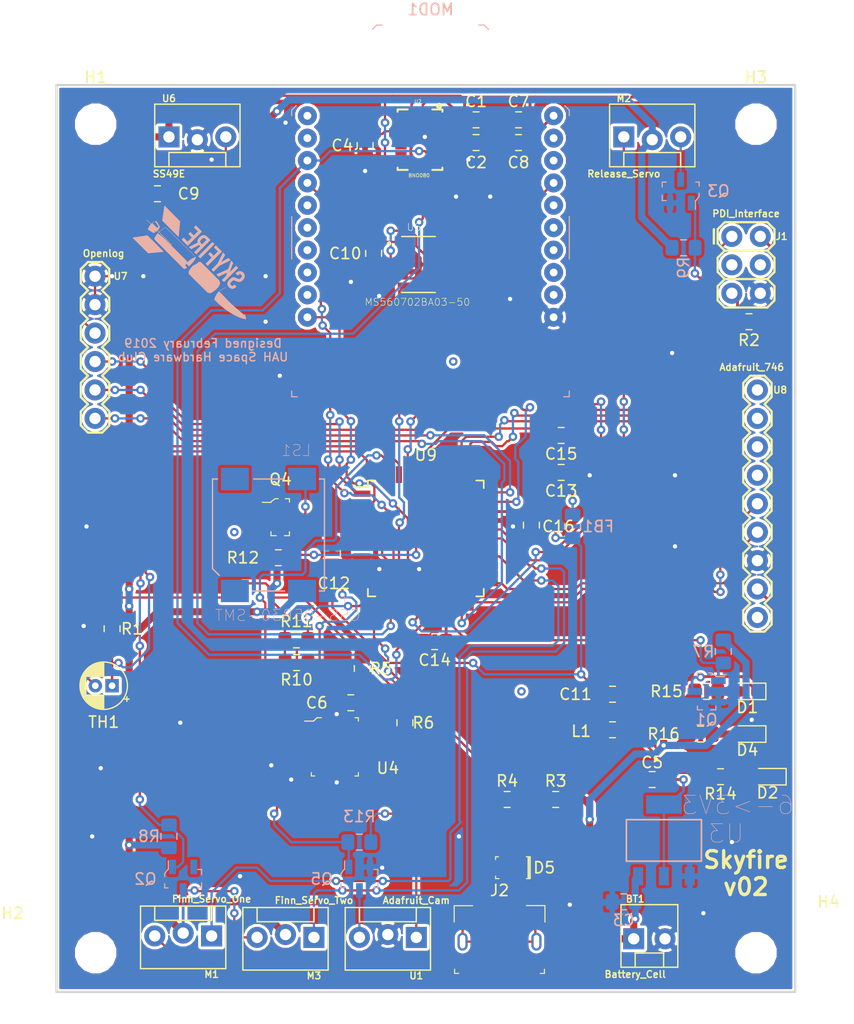
<source format=kicad_pcb>
(kicad_pcb (version 20171130) (host pcbnew 5.0.2-bee76a0~70~ubuntu18.04.1)
  (title_block (title "Skyfire PCB") (date 2019-02-13) (rev v02) (company "UAH  Space Hardware Club") (comment 4 "Alex Spaulding"))
  (layers (0 F.Cu signal) (31 B.Cu signal) (34 B.Paste user) (35 F.Paste user) (36 B.SilkS user) (37 F.SilkS user) (38 B.Mask user) (39 F.Mask user) (44 Edge.Cuts user))
  (net 0 "")
  (net 1 GND)
  (net 2 +6V)
  (net 3 +3V3)
  (net 4 /MCU_VCC)
  (net 5 /MCU_AVCC)
  (net 6 "Net-(D1-Pad1)")
  (net 7 "Net-(M1-Pad3)")
  (net 8 /Release_Servo)
  (net 9 "Net-(M2-Pad3)")
  (net 10 /PA6-Therm)
  (net 11 /PDI_CLK)
  (net 12 /PA7-Voltage)
  (net 13 "Net-(R6-Pad2)")
  (net 14 /LED_MOS)
  (net 15 /RELEASE_MOS)
  (net 16 /SCL)
  (net 17 /SDA)
  (net 18 /BUZZER_MOS)
  (net 19 /PA5-Hall_Effect)
  (net 20 /~SS_XBEE)
  (net 21 /~SS_BNO080)
  (net 22 /~SS_5607)
  (net 23 /MOSI)
  (net 24 /MISO)
  (net 25 /SCLK)
  (net 26 /OpenLog_GRN)
  (net 27 /GPS_MISO)
  (net 28 /GPS_MOSI)
  (net 29 /OpenLog_MISO)
  (net 30 /OpenLog_MOSI)
  (net 31 /PDI_DATA)
  (net 32 /CAMERA_DATA)
  (net 33 "Net-(MOD1-Pad2)")
  (net 34 "Net-(MOD1-Pad3)")
  (net 35 "Net-(MOD1-Pad5)")
  (net 36 "Net-(MOD1-Pad6)")
  (net 37 "Net-(MOD1-Pad7)")
  (net 38 "Net-(MOD1-Pad8)")
  (net 39 "Net-(MOD1-Pad9)")
  (net 40 "Net-(MOD1-Pad12)")
  (net 41 "Net-(MOD1-Pad13)")
  (net 42 "Net-(MOD1-Pad14)")
  (net 43 "Net-(MOD1-Pad15)")
  (net 44 "Net-(MOD1-Pad16)")
  (net 45 "Net-(MOD1-Pad19)")
  (net 46 "Net-(MOD1-Pad20)")
  (net 47 "Net-(J2-Pad3)")
  (net 48 "Net-(J2-Pad2)")
  (net 49 "Net-(D5-PadA)")
  (net 50 "Net-(J2-PadSH)")
  (net 51 "Net-(LS1-PadN)")
  (net 52 "Net-(J1-Pad3)")
  (net 53 "Net-(J1-Pad4)")
  (net 54 "Net-(U9-Pad4)")
  (net 55 /HOST_INTN)
  (net 56 /BNO_NRST)
  (net 57 /BNO_CLOCKSEL0)
  (net 58 /BNO_WAKE)
  (net 59 /BNO_BOOTN)
  (net 60 "Net-(U4-Pad1)")
  (net 61 "Net-(U4-Pad2)")
  (net 62 "Net-(C6-Pad2)")
  (net 63 "Net-(U4-Pad3)")
  (net 64 /FINN_MOS)
  (net 65 "Net-(U9-Pad5)")
  (net 66 "Net-(U9-Pad6)")
  (net 67 "Net-(U9-Pad7)")
  (net 68 "Net-(U9-Pad24)")
  (net 69 "Net-(U9-Pad25)")
  (net 70 "Net-(U9-Pad27)")
  (net 71 "Net-(U9-Pad36)")
  (net 72 "Net-(U9-Pad37)")
  (net 73 "Net-(U9-Pad44)")
  (net 74 "Net-(U8-Pad1)")
  (net 75 "Net-(U8-Pad2)")
  (net 76 "Net-(U8-Pad3)")
  (net 77 "Net-(U8-Pad4)")
  (net 78 "Net-(U8-Pad9)")
  (net 79 "Net-(C4-Pad1)")
  (net 80 "Net-(U2-Pad27)")
  (net 81 "Net-(U2-Pad26)")
  (net 82 "Net-(U2-Pad15)")
  (net 83 "Net-(U2-Pad16)")
  (net 84 "Net-(Q5-Pad3)")
  (net 85 "Net-(Q2-Pad2)")
  (net 86 "Net-(D4-Pad2)")
  (net 87 "Net-(D2-Pad2)")
  (net 88 /FINN_SERVO_TWO)
  (net 89 /FINN_SERVO_ONE)
  (net 90 "Net-(D1-Pad2)")
  (module Resistor_SMD:R_0805_2012Metric_Pad1.15x1.40mm_HandSolder (layer F.Cu) (at 161.807 101.854)
    (fp_text reference R15 (at -3.565 0) (layer F.SilkS))
    (fp_text value 10K)
    (pad 1 smd roundrect (at -1.025 0) (size 1.15 1.4) (layers F.Cu F.Paste F.Mask) (roundrect_rratio 0.217391) (net 2 +6V))
    (pad 2 smd roundrect (at 1.025 0) (size 1.15 1.4) (layers F.Cu F.Paste F.Mask) (roundrect_rratio 0.217391) (net 90 "Net-(D1-Pad2)"))
  )
  (module Connectors:MOLEX-1X3_LOCK (layer F.Cu) (at 126.746 123.698 180)
    (fp_text reference M3 (at 0 -3.556 180) (layer F.SilkS) (effects (font (size 0.6096 0.6096) (thickness 0.127))))
    (fp_text value Finn_Servo_Two (at 0 3.175 180) (layer F.SilkS) (effects (font (size 0.6096 0.6096) (thickness 0.127))))
    (pad 1 thru_hole rect (at 0 -0.127 180) (size 1.8796 1.8796) (drill 1.016) (layers *.Cu *.Mask) (net 88 /FINN_SERVO_TWO))
    (pad 2 thru_hole circle (at 2.54 0.127 180) (size 1.8796 1.8796) (drill 1.016) (layers *.Cu *.Mask) (net 2 +6V))
    (pad 3 thru_hole circle (at 5.08 -0.127 180) (size 1.8796 1.8796) (drill 1.016) (layers *.Cu *.Mask) (net 7 "Net-(M1-Pad3)"))
  )
  (module Resistor_SMD:R_0805_2012Metric_Pad1.15x1.40mm_HandSolder (layer F.Cu) (at 163.077 109.474)
    (fp_text reference R14 (at -0.009 1.524) (layer F.SilkS))
    (fp_text value 10K)
    (pad 1 smd roundrect (at -1.025 0) (size 1.15 1.4) (layers F.Cu F.Paste F.Mask) (roundrect_rratio 0.217391) (net 3 +3V3))
    (pad 2 smd roundrect (at 1.025 0) (size 1.15 1.4) (layers F.Cu F.Paste F.Mask) (roundrect_rratio 0.217391) (net 87 "Net-(D2-Pad2)"))
  )
  (module Resistor_SMD:R_0805_2012Metric_Pad1.15x1.40mm_HandSolder (layer F.Cu) (at 161.299 105.664)
    (fp_text reference R16 (at -3.311 0) (layer F.SilkS))
    (fp_text value 10K)
    (pad 1 smd roundrect (at -1.025 0) (size 1.15 1.4) (layers F.Cu F.Paste F.Mask) (roundrect_rratio 0.217391) (net 2 +6V))
    (pad 2 smd roundrect (at 1.025 0) (size 1.15 1.4) (layers F.Cu F.Paste F.Mask) (roundrect_rratio 0.217391) (net 86 "Net-(D4-Pad2)"))
  )
  (module Capacitor_SMD:C_0805_2012Metric_Pad1.15x1.40mm_HandSolder (layer F.Cu) (at 141.233 50.8)
    (fp_text reference C1 (at 0 -1.65) (layer F.SilkS))
    (fp_text value 0.1uF)
    (pad 1 smd roundrect (at -1.025 0) (size 1.15 1.4) (layers F.Cu F.Paste F.Mask) (roundrect_rratio 0.217391) (net 3 +3V3))
    (pad 2 smd roundrect (at 1.025 0) (size 1.15 1.4) (layers F.Cu F.Paste F.Mask) (roundrect_rratio 0.217391) (net 1 GND))
  )
  (module Capacitor_SMD:C_0805_2012Metric_Pad1.15x1.40mm_HandSolder (layer F.Cu) (at 141.233 52.832)
    (fp_text reference C2 (at 0 1.778) (layer F.SilkS))
    (fp_text value 0.1uF)
    (pad 2 smd roundrect (at 1.025 0) (size 1.15 1.4) (layers F.Cu F.Paste F.Mask) (roundrect_rratio 0.217391) (net 1 GND))
    (pad 1 smd roundrect (at -1.025 0) (size 1.15 1.4) (layers F.Cu F.Paste F.Mask) (roundrect_rratio 0.217391) (net 3 +3V3))
  )
  (module Capacitor_SMD:C_0805_2012Metric_Pad1.15x1.40mm_HandSolder (layer F.Cu) (at 153.425 102.108)
    (fp_text reference C11 (at -3.311 0) (layer F.SilkS))
    (fp_text value 10uF)
    (pad 1 smd roundrect (at -1.025 0) (size 1.15 1.4) (layers F.Cu F.Paste F.Mask) (roundrect_rratio 0.217391) (net 4 /MCU_VCC))
    (pad 2 smd roundrect (at 1.025 0) (size 1.15 1.4) (layers F.Cu F.Paste F.Mask) (roundrect_rratio 0.217391) (net 1 GND))
  )
  (module Capacitor_SMD:C_0805_2012Metric_Pad1.15x1.40mm_HandSolder (layer F.Cu) (at 148.835 82.296 180)
    (fp_text reference C13 (at 0 -1.65 180) (layer F.SilkS))
    (fp_text value 10uF)
    (pad 2 smd roundrect (at 1.025 0 180) (size 1.15 1.4) (layers F.Cu F.Paste F.Mask) (roundrect_rratio 0.217391) (net 5 /MCU_AVCC))
    (pad 1 smd roundrect (at -1.025 0 180) (size 1.15 1.4) (layers F.Cu F.Paste F.Mask) (roundrect_rratio 0.217391) (net 1 GND))
  )
  (module Capacitor_SMD:C_0805_2012Metric_Pad1.15x1.40mm_HandSolder (layer F.Cu) (at 131.318 53.095 270)
    (fp_text reference C4 (at -0.009 2.032) (layer F.SilkS))
    (fp_text value 0.1uF)
    (pad 1 smd roundrect (at -1.025 0 270) (size 1.15 1.4) (layers F.Cu F.Paste F.Mask) (roundrect_rratio 0.217391) (net 79 "Net-(C4-Pad1)"))
    (pad 2 smd roundrect (at 1.025 0 270) (size 1.15 1.4) (layers F.Cu F.Paste F.Mask) (roundrect_rratio 0.217391) (net 1 GND))
  )
  (module Resistor_SMD:R_0805_2012Metric_Pad1.15x1.40mm_HandSolder (layer B.Cu) (at 130.801 115.316)
    (fp_text reference R13 (at 0 -2.286 180) (layer B.SilkS) (effects (justify mirror)))
    (fp_text value 10K)
    (pad 1 smd roundrect (at -1.025 0) (size 1.15 1.4) (layers B.Cu B.Paste B.Mask) (roundrect_rratio 0.217391) (net 32 /CAMERA_DATA))
    (pad 2 smd roundrect (at 1.025 0) (size 1.15 1.4) (layers B.Cu B.Paste B.Mask) (roundrect_rratio 0.217391) (net 3 +3V3))
  )
  (module digikey-footprints:SOT-23-3 (layer B.Cu) (at 130.81 118.584 270)
    (fp_text reference Q5 (at 0.025 3.375) (layer B.SilkS) (effects (justify mirror)))
    (fp_text value CAMERA_MOS)
    (pad 3 smd rect (at 1.05 0 270) (size 1.3 0.6) (layers B.Cu B.Paste B.Mask) (net 84 "Net-(Q5-Pad3)"))
    (pad 2 smd rect (at -1.05 -0.95 270) (size 1.3 0.6) (layers B.Cu B.Paste B.Mask) (net 1 GND))
    (pad 1 smd rect (at -1.05 0.95 270) (size 1.3 0.6) (layers B.Cu B.Paste B.Mask) (net 32 /CAMERA_DATA))
  )
  (module Connectors:MOLEX-1X3_LOCK (layer F.Cu) (at 113.792 52.451)
    (fp_text reference U6 (at 0 -3.556) (layer F.SilkS) (effects (font (size 0.6096 0.6096) (thickness 0.127))))
    (fp_text value SS49E (at 0 3.175) (layer F.SilkS) (effects (font (size 0.6096 0.6096) (thickness 0.127))))
    (pad 1 thru_hole rect (at 0 -0.127) (size 1.8796 1.8796) (drill 1.016) (layers *.Cu *.Mask) (net 2 +6V))
    (pad 2 thru_hole circle (at 2.54 0.127) (size 1.8796 1.8796) (drill 1.016) (layers *.Cu *.Mask) (net 1 GND))
    (pad 3 thru_hole circle (at 5.08 -0.127) (size 1.8796 1.8796) (drill 1.016) (layers *.Cu *.Mask) (net 19 /PA5-Hall_Effect))
  )
  (module ADP3338AKCZ-3.3RL7:SOT230P700X180-4N (layer B.Cu) (at 158.0134 115.1636 90)
    (fp_text reference U3 (at 0.6096 5.5626 180) (layer B.SilkS) (effects (font (size 1.64087 1.64087) (thickness 0.05)) (justify mirror)))
    (fp_text value 6->3V3 (at 3.1496 6.5786 180) (layer B.SilkS) (effects (font (size 1.64161 1.64161) (thickness 0.05)) (justify mirror)))
    (pad 1 smd rect (at -3.2004 2.3114 90) (size 1.6256 0.889) (layers B.Cu B.Paste B.Mask) (net 1 GND))
    (pad 2 smd rect (at -3.2004 0 90) (size 1.6256 0.889) (layers B.Cu B.Paste B.Mask) (net 3 +3V3))
    (pad 3 smd rect (at -3.2004 -2.3114 90) (size 1.6256 0.889) (layers B.Cu B.Paste B.Mask) (net 2 +6V))
    (pad 4 smd rect (at 3.2004 0 90) (size 1.6256 3.175) (layers B.Cu B.Paste B.Mask) (net 3 +3V3))
  )
  (module BNO080:LGA-28 (layer F.Cu) (at 136.222 52.574)
    (fp_text reference U2 (at -0.1872 -3.4032) (layer F.SilkS) (effects (font (size 0.32 0.32) (thickness 0.05))))
    (fp_text value BNO080 (at -0.084 3.1968) (layer F.SilkS) (effects (font (size 0.32 0.32) (thickness 0.05))))
    (fp_text user Y (at 0.4 -0.5) (layer Edge.Cuts) (effects (font (thickness 0.05))))
    (fp_text user Z (at 0.3 0.6) (layer Edge.Cuts) (effects (font (thickness 0.05))))
    (fp_text user X (at -0.255 0.462) (layer Edge.Cuts) (effects (font (thickness 0.05))))
    (pad 1 smd rect (at 1.7 -2.25 90) (size 0.25 1) (layers F.Cu F.Paste F.Mask))
    (pad 28 smd rect (at 1.7 -1.75 90) (size 0.25 1) (layers F.Cu F.Paste F.Mask) (net 3 +3V3))
    (pad 27 smd rect (at 1.7 -1.25 90) (size 0.25 1) (layers F.Cu F.Paste F.Mask) (net 80 "Net-(U2-Pad27)"))
    (pad 26 smd rect (at 1.7 -0.75 90) (size 0.25 1) (layers F.Cu F.Paste F.Mask) (net 81 "Net-(U2-Pad26)"))
    (pad 25 smd rect (at 1.7 -0.25 90) (size 0.25 1) (layers F.Cu F.Paste F.Mask) (net 1 GND))
    (pad 24 smd rect (at 1.7 0.25 90) (size 0.25 1) (layers F.Cu F.Paste F.Mask))
    (pad 23 smd rect (at 1.7 0.75 90) (size 0.25 1) (layers F.Cu F.Paste F.Mask))
    (pad 22 smd rect (at 1.7 1.25 90) (size 0.25 1) (layers F.Cu F.Paste F.Mask))
    (pad 21 smd rect (at 1.7 1.75 90) (size 0.25 1) (layers F.Cu F.Paste F.Mask))
    (pad 20 smd rect (at 1.7 2.25 90) (size 0.25 1) (layers F.Cu F.Paste F.Mask) (net 24 /MISO))
    (pad 15 smd rect (at -1.7 2.25 270) (size 0.25 1) (layers F.Cu F.Paste F.Mask) (net 82 "Net-(U2-Pad15)"))
    (pad 14 smd rect (at -1.7 1.75 270) (size 0.25 1) (layers F.Cu F.Paste F.Mask) (net 55 /HOST_INTN))
    (pad 13 smd rect (at -1.7 1.25 270) (size 0.25 1) (layers F.Cu F.Paste F.Mask))
    (pad 12 smd rect (at -1.7 0.75 270) (size 0.25 1) (layers F.Cu F.Paste F.Mask))
    (pad 11 smd rect (at -1.7 0.25 270) (size 0.25 1) (layers F.Cu F.Paste F.Mask) (net 56 /BNO_NRST))
    (pad 10 smd rect (at -1.7 -0.25 270) (size 0.25 1) (layers F.Cu F.Paste F.Mask) (net 57 /BNO_CLOCKSEL0))
    (pad 9 smd rect (at -1.7 -0.75 270) (size 0.25 1) (layers F.Cu F.Paste F.Mask) (net 79 "Net-(C4-Pad1)"))
    (pad 8 smd rect (at -1.7 -1.25 270) (size 0.25 1) (layers F.Cu F.Paste F.Mask))
    (pad 7 smd rect (at -1.7 -1.75 270) (size 0.25 1) (layers F.Cu F.Paste F.Mask))
    (pad 6 smd rect (at -1.7 -2.25 270) (size 0.25 1) (layers F.Cu F.Paste F.Mask) (net 58 /BNO_WAKE))
    (pad 5 smd rect (at -0.75 -2.4 180) (size 0.25 1) (layers F.Cu F.Paste F.Mask) (net 3 +3V3))
    (pad 4 smd rect (at -0.25 -2.4 180) (size 0.25 1) (layers F.Cu F.Paste F.Mask) (net 59 /BNO_BOOTN))
    (pad 3 smd rect (at 0.25 -2.4 180) (size 0.25 1) (layers F.Cu F.Paste F.Mask) (net 3 +3V3))
    (pad 2 smd rect (at 0.75 -2.4 180) (size 0.25 1) (layers F.Cu F.Paste F.Mask) (net 1 GND))
    (pad 16 smd rect (at -0.75 2.4 180) (size 0.25 1) (layers F.Cu F.Paste F.Mask) (net 83 "Net-(U2-Pad16)"))
    (pad 17 smd rect (at -0.25 2.4 180) (size 0.25 1) (layers F.Cu F.Paste F.Mask) (net 23 /MOSI))
    (pad 18 smd rect (at 0.25 2.4 180) (size 0.25 1) (layers F.Cu F.Paste F.Mask) (net 21 /~SS_BNO080))
    (pad 19 smd rect (at 0.75 2.4 180) (size 0.25 1) (layers F.Cu F.Paste F.Mask) (net 25 /SCLK))
  )
  (module Capacitor_SMD:C_0805_2012Metric_Pad1.15x1.40mm_HandSolder (layer B.Cu) (at 154.423 120.65)
    (fp_text reference C3 (at 0 1.65) (layer B.SilkS) (effects (justify mirror)))
    (fp_text value 1uF)
    (pad 2 smd roundrect (at 1.025 0) (size 1.15 1.4) (layers B.Cu B.Paste B.Mask) (roundrect_rratio 0.217391) (net 2 +6V))
    (pad 1 smd roundrect (at -1.025 0) (size 1.15 1.4) (layers B.Cu B.Paste B.Mask) (roundrect_rratio 0.217391) (net 1 GND))
  )
  (module Capacitor_SMD:C_0805_2012Metric_Pad1.15x1.40mm_HandSolder (layer F.Cu) (at 148.835 78.994 180)
    (fp_text reference C15 (at 0 -1.65 180) (layer F.SilkS))
    (fp_text value 100nF)
    (pad 1 smd roundrect (at -1.025 0 180) (size 1.15 1.4) (layers F.Cu F.Paste F.Mask) (roundrect_rratio 0.217391) (net 1 GND))
    (pad 2 smd roundrect (at 1.025 0 180) (size 1.15 1.4) (layers F.Cu F.Paste F.Mask) (roundrect_rratio 0.217391) (net 5 /MCU_AVCC))
  )
  (module Capacitor_SMD:C_0805_2012Metric_Pad1.15x1.40mm_HandSolder (layer F.Cu) (at 156.963 109.728 180)
    (fp_text reference C5 (at 0 1.524 180) (layer F.SilkS))
    (fp_text value 1uF)
    (pad 2 smd roundrect (at 1.025 0 180) (size 1.15 1.4) (layers F.Cu F.Paste F.Mask) (roundrect_rratio 0.217391) (net 1 GND))
    (pad 1 smd roundrect (at -1.025 0 180) (size 1.15 1.4) (layers F.Cu F.Paste F.Mask) (roundrect_rratio 0.217391) (net 3 +3V3))
  )
  (module Capacitor_SMD:C_0805_2012Metric_Pad1.15x1.40mm_HandSolder (layer F.Cu) (at 130.039 102.87)
    (fp_text reference C6 (at -3.039 0) (layer F.SilkS))
    (fp_text value 0.1uf)
    (pad 1 smd roundrect (at -1.025 0) (size 1.15 1.4) (layers F.Cu F.Paste F.Mask) (roundrect_rratio 0.217391) (net 1 GND))
    (pad 2 smd roundrect (at 1.025 0) (size 1.15 1.4) (layers F.Cu F.Paste F.Mask) (roundrect_rratio 0.217391) (net 62 "Net-(C6-Pad2)"))
  )
  (module Connectors:1X06 (layer F.Cu) (at 107.188 64.77 270)
    (fp_text reference U7 (at 0 -2.286) (layer F.SilkS) (effects (font (size 0.6096 0.6096) (thickness 0.127))))
    (fp_text value Openlog (at -2.032 -0.762) (layer F.SilkS) (effects (font (size 0.6096 0.6096) (thickness 0.127))))
    (pad 1 thru_hole circle (at 0 0 270) (size 1.8796 1.8796) (drill 1.016) (layers *.Cu *.Mask) (net 1 GND))
    (pad 2 thru_hole circle (at 2.54 0 270) (size 1.8796 1.8796) (drill 1.016) (layers *.Cu *.Mask) (net 1 GND))
    (pad 3 thru_hole circle (at 5.08 0 270) (size 1.8796 1.8796) (drill 1.016) (layers *.Cu *.Mask) (net 3 +3V3))
    (pad 4 thru_hole circle (at 7.62 0 270) (size 1.8796 1.8796) (drill 1.016) (layers *.Cu *.Mask) (net 29 /OpenLog_MISO))
    (pad 5 thru_hole circle (at 10.16 0 270) (size 1.8796 1.8796) (drill 1.016) (layers *.Cu *.Mask) (net 30 /OpenLog_MOSI))
    (pad 6 thru_hole circle (at 12.7 0 270) (size 1.8796 1.8796) (drill 1.016) (layers *.Cu *.Mask) (net 26 /OpenLog_GRN))
  )
  (module Connectors:1X09 (layer F.Cu) (at 166.37 74.93 270)
    (fp_text reference U8 (at 0 -2.032) (layer F.SilkS) (effects (font (size 0.6096 0.6096) (thickness 0.127))))
    (fp_text value Adafruit_746 (at -2.032 0.508) (layer F.SilkS) (effects (font (size 0.6096 0.6096) (thickness 0.127))))
    (pad 1 thru_hole circle (at 0 0 270) (size 1.8796 1.8796) (drill 1.016) (layers *.Cu *.Mask) (net 74 "Net-(U8-Pad1)"))
    (pad 2 thru_hole circle (at 2.54 0 270) (size 1.8796 1.8796) (drill 1.016) (layers *.Cu *.Mask) (net 75 "Net-(U8-Pad2)"))
    (pad 3 thru_hole circle (at 5.08 0 270) (size 1.8796 1.8796) (drill 1.016) (layers *.Cu *.Mask) (net 76 "Net-(U8-Pad3)"))
    (pad 4 thru_hole circle (at 7.62 0 270) (size 1.8796 1.8796) (drill 1.016) (layers *.Cu *.Mask) (net 77 "Net-(U8-Pad4)"))
    (pad 5 thru_hole circle (at 10.16 0 270) (size 1.8796 1.8796) (drill 1.016) (layers *.Cu *.Mask) (net 27 /GPS_MISO))
    (pad 6 thru_hole circle (at 12.7 0 270) (size 1.8796 1.8796) (drill 1.016) (layers *.Cu *.Mask) (net 28 /GPS_MOSI))
    (pad 7 thru_hole circle (at 15.24 0 270) (size 1.8796 1.8796) (drill 1.016) (layers *.Cu *.Mask) (net 1 GND))
    (pad 8 thru_hole circle (at 17.78 0 270) (size 1.8796 1.8796) (drill 1.016) (layers *.Cu *.Mask) (net 3 +3V3))
    (pad 9 thru_hole circle (at 20.32 0 270) (size 1.8796 1.8796) (drill 1.016) (layers *.Cu *.Mask) (net 78 "Net-(U8-Pad9)"))
  )
  (module Connectors:MOLEX-1X2_LOCK (layer F.Cu) (at 155.448 123.952)
    (fp_text reference BT1 (at 0 -3.556) (layer F.SilkS) (effects (font (size 0.6096 0.6096) (thickness 0.127))))
    (fp_text value Battery_Cell (at 0 3.175) (layer F.SilkS) (effects (font (size 0.6096 0.6096) (thickness 0.127))))
    (pad 1 thru_hole rect (at -0.127 0) (size 1.8796 1.8796) (drill 1.016) (layers *.Cu *.Mask) (net 2 +6V))
    (pad 2 thru_hole circle (at 2.667 0) (size 1.8796 1.8796) (drill 1.016) (layers *.Cu *.Mask) (net 1 GND))
  )
  (module Connectors:MOLEX-1X3_LOCK (layer F.Cu) (at 135.89 123.698 180)
    (fp_text reference U1 (at 0 -3.556 180) (layer F.SilkS) (effects (font (size 0.6096 0.6096) (thickness 0.127))))
    (fp_text value Adafruit_Cam (at 0 3.175 180) (layer F.SilkS) (effects (font (size 0.6096 0.6096) (thickness 0.127))))
    (pad 1 thru_hole rect (at 0 -0.127 180) (size 1.8796 1.8796) (drill 1.016) (layers *.Cu *.Mask) (net 3 +3V3))
    (pad 2 thru_hole circle (at 2.54 0.127 180) (size 1.8796 1.8796) (drill 1.016) (layers *.Cu *.Mask) (net 1 GND))
    (pad 3 thru_hole circle (at 5.08 -0.127 180) (size 1.8796 1.8796) (drill 1.016) (layers *.Cu *.Mask) (net 84 "Net-(Q5-Pad3)"))
  )
  (module Connectors:MOLEX-1X3_LOCK (layer F.Cu) (at 154.432 52.451)
    (fp_text reference M2 (at 0 -3.556) (layer F.SilkS) (effects (font (size 0.6096 0.6096) (thickness 0.127))))
    (fp_text value Release_Servo (at 0 3.175) (layer F.SilkS) (effects (font (size 0.6096 0.6096) (thickness 0.127))))
    (pad 3 thru_hole circle (at 5.08 -0.127) (size 1.8796 1.8796) (drill 1.016) (layers *.Cu *.Mask) (net 9 "Net-(M2-Pad3)"))
    (pad 2 thru_hole circle (at 2.54 0.127) (size 1.8796 1.8796) (drill 1.016) (layers *.Cu *.Mask) (net 2 +6V))
    (pad 1 thru_hole rect (at 0 -0.127) (size 1.8796 1.8796) (drill 1.016) (layers *.Cu *.Mask) (net 8 /Release_Servo))
  )
  (module Connectors:MOLEX-1X3_LOCK (layer F.Cu) (at 117.602 123.571 180)
    (fp_text reference M1 (at 0 -3.556 180) (layer F.SilkS) (effects (font (size 0.6096 0.6096) (thickness 0.127))))
    (fp_text value Finn_Servo_One (at 0 3.175 180) (layer F.SilkS) (effects (font (size 0.6096 0.6096) (thickness 0.127))))
    (pad 1 thru_hole rect (at 0 -0.127 180) (size 1.8796 1.8796) (drill 1.016) (layers *.Cu *.Mask) (net 89 /FINN_SERVO_ONE))
    (pad 2 thru_hole circle (at 2.54 0.127 180) (size 1.8796 1.8796) (drill 1.016) (layers *.Cu *.Mask) (net 2 +6V))
    (pad 3 thru_hole circle (at 5.08 -0.127 180) (size 1.8796 1.8796) (drill 1.016) (layers *.Cu *.Mask) (net 7 "Net-(M1-Pad3)"))
  )
  (module MS560702BA03-50:SON125P300X500X100-8N (layer F.Cu) (at 136.087 63.724)
    (fp_text reference U5 (at -0.406828 -3.33089) (layer F.SilkS) (effects (font (size 0.64067 0.64067) (thickness 0.05))))
    (fp_text value MS560702BA03-50 (at -0.099145 3.35642) (layer F.SilkS) (effects (font (size 0.640921 0.640921) (thickness 0.05))))
    (pad 1 smd rect (at -1.2 -1.875) (size 1.31 0.53) (layers F.Cu F.Paste F.Mask) (net 3 +3V3))
    (pad 8 smd rect (at 1.2 -1.875) (size 1.31 0.53) (layers F.Cu F.Paste F.Mask) (net 25 /SCLK))
    (pad 2 smd rect (at -1.2 -0.625) (size 1.31 0.53) (layers F.Cu F.Paste F.Mask) (net 1 GND))
    (pad 3 smd rect (at -1.2 0.625) (size 1.31 0.53) (layers F.Cu F.Paste F.Mask) (net 1 GND))
    (pad 4 smd rect (at -1.2 1.875) (size 1.31 0.53) (layers F.Cu F.Paste F.Mask) (net 22 /~SS_5607))
    (pad 5 smd rect (at 1.2 1.875) (size 1.31 0.53) (layers F.Cu F.Paste F.Mask) (net 22 /~SS_5607))
    (pad 6 smd rect (at 1.2 0.625) (size 1.31 0.53) (layers F.Cu F.Paste F.Mask) (net 24 /MISO))
    (pad 7 smd rect (at 1.2 -0.625) (size 1.31 0.53) (layers F.Cu F.Paste F.Mask) (net 23 /MOSI))
  )
  (module MountingHole:MountingHole_3.2mm_M3 (layer F.Cu) (at 107.242 51.194)
    (fp_text reference H1 (at 0 -4.2) (layer F.SilkS))
    (fp_text value MountingHole)
    (pad 1 np_thru_hole circle (at 0 0) (size 3.2 3.2) (drill 3.2) (layers *.Cu *.Mask))
  )
  (module MountingHole:MountingHole_3.2mm_M3 (layer F.Cu) (at 166.242 51.194)
    (fp_text reference H3 (at 0 -4.2) (layer F.SilkS))
    (fp_text value MountingHole)
    (pad 1 np_thru_hole circle (at 0 0) (size 3.2 3.2) (drill 3.2) (layers *.Cu *.Mask))
  )
  (module MountingHole:MountingHole_3.2mm_M3 (layer F.Cu) (at 166.242 125.194)
    (fp_text reference H4 (at 6.478 -4.544) (layer F.SilkS))
    (fp_text value MountingHole)
    (pad 1 np_thru_hole circle (at 0 0) (size 3.2 3.2) (drill 3.2) (layers *.Cu *.Mask))
  )
  (module MountingHole:MountingHole_3.2mm_M3 (layer F.Cu) (at 107.242 125.194)
    (fp_text reference H2 (at -7.42 -3.528) (layer F.SilkS))
    (fp_text value MountingHole)
    (pad 1 np_thru_hole circle (at 0 0) (size 3.2 3.2) (drill 3.2) (layers *.Cu *.Mask))
  )
  (module Package_QFP:TQFP-44_10x10mm_P0.8mm (layer F.Cu) (at 136.742 88.194)
    (fp_text reference U9 (at 0 -7.45) (layer F.SilkS))
    (fp_text value ATxmega128A4U-AU)
    (pad 1 smd rect (at -5.7 -4) (size 1.5 0.55) (layers F.Cu F.Paste F.Mask) (net 19 /PA5-Hall_Effect))
    (pad 2 smd rect (at -5.7 -3.2) (size 1.5 0.55) (layers F.Cu F.Paste F.Mask) (net 10 /PA6-Therm))
    (pad 3 smd rect (at -5.7 -2.4) (size 1.5 0.55) (layers F.Cu F.Paste F.Mask) (net 12 /PA7-Voltage))
    (pad 4 smd rect (at -5.7 -1.6) (size 1.5 0.55) (layers F.Cu F.Paste F.Mask) (net 54 "Net-(U9-Pad4)"))
    (pad 5 smd rect (at -5.7 -0.8) (size 1.5 0.55) (layers F.Cu F.Paste F.Mask) (net 65 "Net-(U9-Pad5)"))
    (pad 6 smd rect (at -5.7 0) (size 1.5 0.55) (layers F.Cu F.Paste F.Mask) (net 66 "Net-(U9-Pad6)"))
    (pad 7 smd rect (at -5.7 0.8) (size 1.5 0.55) (layers F.Cu F.Paste F.Mask) (net 67 "Net-(U9-Pad7)"))
    (pad 8 smd rect (at -5.7 1.6) (size 1.5 0.55) (layers F.Cu F.Paste F.Mask) (net 1 GND))
    (pad 9 smd rect (at -5.7 2.4) (size 1.5 0.55) (layers F.Cu F.Paste F.Mask) (net 4 /MCU_VCC))
    (pad 10 smd rect (at -5.7 3.2) (size 1.5 0.55) (layers F.Cu F.Paste F.Mask) (net 16 /SCL))
    (pad 11 smd rect (at -5.7 4) (size 1.5 0.55) (layers F.Cu F.Paste F.Mask) (net 17 /SDA))
    (pad 12 smd rect (at -4 5.7 90) (size 1.5 0.55) (layers F.Cu F.Paste F.Mask) (net 20 /~SS_XBEE))
    (pad 13 smd rect (at -3.2 5.7 90) (size 1.5 0.55) (layers F.Cu F.Paste F.Mask) (net 21 /~SS_BNO080))
    (pad 14 smd rect (at -2.4 5.7 90) (size 1.5 0.55) (layers F.Cu F.Paste F.Mask) (net 22 /~SS_5607))
    (pad 15 smd rect (at -1.6 5.7 90) (size 1.5 0.55) (layers F.Cu F.Paste F.Mask) (net 23 /MOSI))
    (pad 16 smd rect (at -0.8 5.7 90) (size 1.5 0.55) (layers F.Cu F.Paste F.Mask) (net 24 /MISO))
    (pad 17 smd rect (at 0 5.7 90) (size 1.5 0.55) (layers F.Cu F.Paste F.Mask) (net 25 /SCLK))
    (pad 18 smd rect (at 0.8 5.7 90) (size 1.5 0.55) (layers F.Cu F.Paste F.Mask) (net 1 GND))
    (pad 19 smd rect (at 1.6 5.7 90) (size 1.5 0.55) (layers F.Cu F.Paste F.Mask) (net 4 /MCU_VCC))
    (pad 20 smd rect (at 2.4 5.7 90) (size 1.5 0.55) (layers F.Cu F.Paste F.Mask) (net 14 /LED_MOS))
    (pad 21 smd rect (at 3.2 5.7 90) (size 1.5 0.55) (layers F.Cu F.Paste F.Mask) (net 26 /OpenLog_GRN))
    (pad 22 smd rect (at 4 5.7 90) (size 1.5 0.55) (layers F.Cu F.Paste F.Mask) (net 27 /GPS_MISO))
    (pad 23 smd rect (at 5.7 4) (size 1.5 0.55) (layers F.Cu F.Paste F.Mask) (net 28 /GPS_MOSI))
    (pad 24 smd rect (at 5.7 3.2) (size 1.5 0.55) (layers F.Cu F.Paste F.Mask) (net 68 "Net-(U9-Pad24)"))
    (pad 25 smd rect (at 5.7 2.4) (size 1.5 0.55) (layers F.Cu F.Paste F.Mask) (net 69 "Net-(U9-Pad25)"))
    (pad 26 smd rect (at 5.7 1.6) (size 1.5 0.55) (layers F.Cu F.Paste F.Mask) (net 89 /FINN_SERVO_ONE))
    (pad 27 smd rect (at 5.7 0.8) (size 1.5 0.55) (layers F.Cu F.Paste F.Mask) (net 70 "Net-(U9-Pad27)"))
    (pad 28 smd rect (at 5.7 0) (size 1.5 0.55) (layers F.Cu F.Paste F.Mask) (net 88 /FINN_SERVO_TWO))
    (pad 29 smd rect (at 5.7 -0.8) (size 1.5 0.55) (layers F.Cu F.Paste F.Mask) (net 8 /Release_Servo))
    (pad 30 smd rect (at 5.7 -1.6) (size 1.5 0.55) (layers F.Cu F.Paste F.Mask) (net 1 GND))
    (pad 31 smd rect (at 5.7 -2.4) (size 1.5 0.55) (layers F.Cu F.Paste F.Mask) (net 4 /MCU_VCC))
    (pad 32 smd rect (at 5.7 -3.2) (size 1.5 0.55) (layers F.Cu F.Paste F.Mask) (net 29 /OpenLog_MISO))
    (pad 33 smd rect (at 5.7 -4) (size 1.5 0.55) (layers F.Cu F.Paste F.Mask) (net 30 /OpenLog_MOSI))
    (pad 34 smd rect (at 4 -5.7 90) (size 1.5 0.55) (layers F.Cu F.Paste F.Mask) (net 31 /PDI_DATA))
    (pad 35 smd rect (at 3.2 -5.7 90) (size 1.5 0.55) (layers F.Cu F.Paste F.Mask) (net 11 /PDI_CLK))
    (pad 36 smd rect (at 2.4 -5.7 90) (size 1.5 0.55) (layers F.Cu F.Paste F.Mask) (net 71 "Net-(U9-Pad36)"))
    (pad 37 smd rect (at 1.6 -5.7 90) (size 1.5 0.55) (layers F.Cu F.Paste F.Mask) (net 72 "Net-(U9-Pad37)"))
    (pad 38 smd rect (at 0.8 -5.7 90) (size 1.5 0.55) (layers F.Cu F.Paste F.Mask) (net 1 GND))
    (pad 39 smd rect (at 0 -5.7 90) (size 1.5 0.55) (layers F.Cu F.Paste F.Mask) (net 5 /MCU_AVCC))
    (pad 40 smd rect (at -0.8 -5.7 90) (size 1.5 0.55) (layers F.Cu F.Paste F.Mask) (net 18 /BUZZER_MOS))
    (pad 41 smd rect (at -1.6 -5.7 90) (size 1.5 0.55) (layers F.Cu F.Paste F.Mask) (net 15 /RELEASE_MOS))
    (pad 42 smd rect (at -2.4 -5.7 90) (size 1.5 0.55) (layers F.Cu F.Paste F.Mask) (net 64 /FINN_MOS))
    (pad 43 smd rect (at -3.2 -5.7 90) (size 1.5 0.55) (layers F.Cu F.Paste F.Mask) (net 32 /CAMERA_DATA))
    (pad 44 smd rect (at -4 -5.7 90) (size 1.5 0.55) (layers F.Cu F.Paste F.Mask) (net 73 "Net-(U9-Pad44)"))
  )
  (module digikey-footprints:SOIC-8_W3.9mm (layer F.Cu) (at 128.614 106.807 270)
    (fp_text reference U4 (at 1.905 -4.736) (layer F.SilkS))
    (fp_text value RTC)
    (pad 1 smd rect (at -1.905 2.45 270) (size 0.6 2) (layers F.Cu F.Paste F.Mask) (net 60 "Net-(U4-Pad1)"))
    (pad 2 smd rect (at -0.635 2.45 270) (size 0.6 2) (layers F.Cu F.Paste F.Mask) (net 61 "Net-(U4-Pad2)"))
    (pad 4 smd rect (at 1.905 2.45 270) (size 0.6 2) (layers F.Cu F.Paste F.Mask) (net 1 GND))
    (pad 5 smd rect (at 1.905 -2.45 270) (size 0.6 2) (layers F.Cu F.Paste F.Mask) (net 17 /SDA))
    (pad 6 smd rect (at 0.635 -2.45 270) (size 0.6 2) (layers F.Cu F.Paste F.Mask) (net 16 /SCL))
    (pad 7 smd rect (at -0.635 -2.45 270) (size 0.6 2) (layers F.Cu F.Paste F.Mask) (net 13 "Net-(R6-Pad2)"))
    (pad 8 smd rect (at -1.905 -2.45 270) (size 0.6 2) (layers F.Cu F.Paste F.Mask) (net 62 "Net-(C6-Pad2)"))
    (pad 3 smd rect (at 0.635 2.45 270) (size 0.6 2) (layers F.Cu F.Paste F.Mask) (net 63 "Net-(U4-Pad3)"))
  )
  (module CSS-95B30-SMT:CUI_CSS-95B30-SMT (layer B.Cu) (at 122.682 87.884 180)
    (fp_text reference LS1 (at -2.4653 7.55131 180) (layer B.SilkS) (effects (font (size 1.00217 1.00217) (thickness 0.05)) (justify mirror)))
    (fp_text value CSS-95B30-SMT (at -1.72768 -7.17612 180) (layer B.SilkS) (effects (font (size 1.00155 1.00155) (thickness 0.05)) (justify mirror)))
    (fp_text user + (at -6.78641 -5.58345 180) (layer B.SilkS) (effects (font (thickness 0.05)) (justify mirror)))
    (fp_text user - (at -6.68124 4.08968 180) (layer B.SilkS) (effects (font (thickness 0.05)) (justify mirror)))
    (pad N smd rect (at -3 5 180) (size 2.5 2) (layers B.Cu B.Paste B.Mask) (net 51 "Net-(LS1-PadN)"))
    (pad 2 smd rect (at 3 5 180) (size 2.5 2) (layers B.Cu B.Paste B.Mask))
    (pad 1 smd rect (at 3 -5 180) (size 2.5 2) (layers B.Cu B.Paste B.Mask))
    (pad P smd rect (at -3 -5 180) (size 2.5 2) (layers B.Cu B.Paste B.Mask) (net 2 +6V))
  )
  (module Connectors:2X3 (layer F.Cu) (at 164.084 61.214 270)
    (fp_text reference J1 (at 0 -4.445) (layer F.SilkS) (effects (font (size 0.6096 0.6096) (thickness 0.127))))
    (fp_text value PDI_Interface (at -2.032 -1.27) (layer F.SilkS) (effects (font (size 0.6096 0.6096) (thickness 0.127))))
    (pad 1 thru_hole circle (at 0 0 270) (size 1.8796 1.8796) (drill 1.016) (layers *.Cu *.Mask) (net 31 /PDI_DATA))
    (pad 2 thru_hole circle (at 0 -2.54 270) (size 1.8796 1.8796) (drill 1.016) (layers *.Cu *.Mask) (net 3 +3V3))
    (pad 3 thru_hole circle (at 2.54 0 270) (size 1.8796 1.8796) (drill 1.016) (layers *.Cu *.Mask) (net 52 "Net-(J1-Pad3)"))
    (pad 4 thru_hole circle (at 2.54 -2.54 270) (size 1.8796 1.8796) (drill 1.016) (layers *.Cu *.Mask) (net 53 "Net-(J1-Pad4)"))
    (pad 5 thru_hole circle (at 5.08 0 270) (size 1.8796 1.8796) (drill 1.016) (layers *.Cu *.Mask) (net 11 /PDI_CLK))
    (pad 6 thru_hole circle (at 5.08 -2.54 270) (size 1.8796 1.8796) (drill 1.016) (layers *.Cu *.Mask) (net 1 GND))
  )
  (module digikey-footprints:SOD-123 (layer F.Cu) (at 144.526 117.602 180)
    (fp_text reference D5 (at -2.794 0 180) (layer F.SilkS))
    (fp_text value 1N4148W-TP)
    (pad K smd rect (at -2.475 0 180) (size 0.9 0.95) (layers F.Cu F.Paste F.Mask) (net 2 +6V))
    (pad A smd rect (at 2.475 0 180) (size 0.9 0.95) (layers F.Cu F.Paste F.Mask) (net 49 "Net-(D5-PadA)"))
  )
  (module digikey-footprints:SOT-23-3 (layer B.Cu) (at 115.062 118.584 270)
    (fp_text reference Q2 (at 0.025 3.375) (layer B.SilkS) (effects (justify mirror)))
    (fp_text value FINN_MOS)
    (pad 1 smd rect (at -1.05 0.95 270) (size 1.3 0.6) (layers B.Cu B.Paste B.Mask) (net 64 /FINN_MOS))
    (pad 2 smd rect (at -1.05 -0.95 270) (size 1.3 0.6) (layers B.Cu B.Paste B.Mask) (net 85 "Net-(Q2-Pad2)"))
    (pad 3 smd rect (at 1.05 0 270) (size 1.3 0.6) (layers B.Cu B.Paste B.Mask) (net 7 "Net-(M1-Pad3)"))
  )
  (module digikey-footprints:SOT-23-3 (layer F.Cu) (at 123.732 86.294)
    (fp_text reference Q4 (at 0.025 -3.375) (layer F.SilkS))
    (fp_text value BUZZER_MOS)
    (pad 3 smd rect (at 1.05 0) (size 1.3 0.6) (layers F.Cu F.Paste F.Mask) (net 51 "Net-(LS1-PadN)"))
    (pad 2 smd rect (at -1.05 0.95) (size 1.3 0.6) (layers F.Cu F.Paste F.Mask) (net 1 GND))
    (pad 1 smd rect (at -1.05 -0.95) (size 1.3 0.6) (layers F.Cu F.Paste F.Mask) (net 18 /BUZZER_MOS))
  )
  (module digikey-footprints:SOT-23-3 (layer B.Cu) (at 159.512 57.184 90)
    (fp_text reference Q3 (at 0.025 3.375 180) (layer B.SilkS) (effects (justify mirror)))
    (fp_text value RELEASE_MOS)
    (pad 1 smd rect (at -1.05 0.95 90) (size 1.3 0.6) (layers B.Cu B.Paste B.Mask) (net 15 /RELEASE_MOS))
    (pad 2 smd rect (at -1.05 -0.95 90) (size 1.3 0.6) (layers B.Cu B.Paste B.Mask) (net 1 GND))
    (pad 3 smd rect (at 1.05 0 90) (size 1.3 0.6) (layers B.Cu B.Paste B.Mask) (net 9 "Net-(M2-Pad3)"))
  )
  (module digikey-footprints:SOT-23-3 (layer B.Cu) (at 161.832 101.854 180)
    (fp_text reference Q1 (at 0.025 -2.54 180) (layer B.SilkS) (effects (justify mirror)))
    (fp_text value LED_MOS)
    (pad 3 smd rect (at 1.05 0 180) (size 1.3 0.6) (layers B.Cu B.Paste B.Mask) (net 6 "Net-(D1-Pad1)"))
    (pad 2 smd rect (at -1.05 -0.95 180) (size 1.3 0.6) (layers B.Cu B.Paste B.Mask) (net 1 GND))
    (pad 1 smd rect (at -1.05 0.95 180) (size 1.3 0.6) (layers B.Cu B.Paste B.Mask) (net 14 /LED_MOS))
  )
  (module digikey-footprints:USB_Micro_B_Female_10118193-0001LF (layer F.Cu) (at 143.326 124.206)
    (fp_text reference J2 (at 0 -4.572) (layer F.SilkS))
    (fp_text value 10118193-0001LF)
    (pad 3 smd rect (at 0 -2.675) (size 0.4 1.35) (layers F.Cu F.Paste F.Mask) (net 47 "Net-(J2-Pad3)"))
    (pad 4 smd rect (at 0.65 -2.675) (size 0.4 1.35) (layers F.Cu F.Paste F.Mask) (net 1 GND))
    (pad 5 smd rect (at 1.3 -2.675) (size 0.4 1.35) (layers F.Cu F.Paste F.Mask) (net 1 GND))
    (pad 2 smd rect (at -0.65 -2.675) (size 0.4 1.35) (layers F.Cu F.Paste F.Mask) (net 48 "Net-(J2-Pad2)"))
    (pad 1 smd rect (at -1.3 -2.675) (size 0.4 1.35) (layers F.Cu F.Paste F.Mask) (net 49 "Net-(D5-PadA)"))
    (pad SH thru_hole oval (at 3.3 0) (size 0.9 1.6) (drill oval 0.5 1.2) (layers *.Cu *.Mask) (net 50 "Net-(J2-PadSH)"))
    (pad SH thru_hole oval (at -3.3 0) (size 0.9 1.6) (drill oval 0.5 1.2) (layers *.Cu *.Mask) (net 50 "Net-(J2-PadSH)"))
    (pad SH smd rect (at -3.2 -2.45) (size 1.6 1.4) (layers F.Cu F.Paste F.Mask) (net 50 "Net-(J2-PadSH)"))
    (pad SH smd rect (at 3.2 -2.45) (size 1.6 1.4) (layers F.Cu F.Paste F.Mask) (net 50 "Net-(J2-PadSH)"))
    (pad SH smd rect (at -1.2 0) (size 1.9 1.9) (layers F.Cu F.Paste F.Mask) (net 50 "Net-(J2-PadSH)"))
    (pad SH smd rect (at 1.2 0) (size 1.9 1.9) (layers F.Cu F.Paste F.Mask) (net 50 "Net-(J2-PadSH)"))
  )
  (module digikey-footprints:XBEE_PRO-20_THT (layer B.Cu) (at 137.16 59.436 180)
    (fp_text reference MOD1 (at 0 18.49 180) (layer B.SilkS) (effects (justify mirror)))
    (fp_text value XBP9B-DMWT-002)
    (pad 1 thru_hole circle (at -11 9 180) (size 1.7 1.7) (drill 0.7) (layers *.Cu *.Mask) (net 3 +3V3))
    (pad 2 thru_hole circle (at -11 7 180) (size 1.7 1.7) (drill 0.7) (layers *.Cu *.Mask) (net 33 "Net-(MOD1-Pad2)"))
    (pad 3 thru_hole circle (at -11 5 180) (size 1.7 1.7) (drill 0.7) (layers *.Cu *.Mask) (net 34 "Net-(MOD1-Pad3)"))
    (pad 4 thru_hole circle (at -11 3 180) (size 1.7 1.7) (drill 0.7) (layers *.Cu *.Mask) (net 24 /MISO))
    (pad 5 thru_hole circle (at -11 1 180) (size 1.7 1.7) (drill 0.7) (layers *.Cu *.Mask) (net 35 "Net-(MOD1-Pad5)"))
    (pad 6 thru_hole circle (at -11 -1 180) (size 1.7 1.7) (drill 0.7) (layers *.Cu *.Mask) (net 36 "Net-(MOD1-Pad6)"))
    (pad 7 thru_hole circle (at -11 -3 180) (size 1.7 1.7) (drill 0.7) (layers *.Cu *.Mask) (net 37 "Net-(MOD1-Pad7)"))
    (pad 8 thru_hole circle (at -11 -5 180) (size 1.7 1.7) (drill 0.7) (layers *.Cu *.Mask) (net 38 "Net-(MOD1-Pad8)"))
    (pad 9 thru_hole circle (at -11 -7 180) (size 1.7 1.7) (drill 0.7) (layers *.Cu *.Mask) (net 39 "Net-(MOD1-Pad9)"))
    (pad 10 thru_hole circle (at -11 -9 180) (size 1.7 1.7) (drill 0.7) (layers *.Cu *.Mask) (net 1 GND))
    (pad 11 thru_hole circle (at 11 -9 180) (size 1.7 1.7) (drill 0.7) (layers *.Cu *.Mask) (net 23 /MOSI))
    (pad 12 thru_hole circle (at 11 -7 180) (size 1.7 1.7) (drill 0.7) (layers *.Cu *.Mask) (net 40 "Net-(MOD1-Pad12)"))
    (pad 13 thru_hole circle (at 11 -5 180) (size 1.7 1.7) (drill 0.7) (layers *.Cu *.Mask) (net 41 "Net-(MOD1-Pad13)"))
    (pad 14 thru_hole circle (at 11 -3 180) (size 1.7 1.7) (drill 0.7) (layers *.Cu *.Mask) (net 42 "Net-(MOD1-Pad14)"))
    (pad 15 thru_hole circle (at 11 -1 180) (size 1.7 1.7) (drill 0.7) (layers *.Cu *.Mask) (net 43 "Net-(MOD1-Pad15)"))
    (pad 16 thru_hole circle (at 11 1 180) (size 1.7 1.7) (drill 0.7) (layers *.Cu *.Mask) (net 44 "Net-(MOD1-Pad16)"))
    (pad 17 thru_hole circle (at 11 3 180) (size 1.7 1.7) (drill 0.7) (layers *.Cu *.Mask) (net 20 /~SS_XBEE))
    (pad 18 thru_hole circle (at 11 5 180) (size 1.7 1.7) (drill 0.7) (layers *.Cu *.Mask) (net 25 /SCLK))
    (pad 19 thru_hole circle (at 11 7 180) (size 1.7 1.7) (drill 0.7) (layers *.Cu *.Mask) (net 45 "Net-(MOD1-Pad19)"))
    (pad 20 thru_hole circle (at 11 9 180) (size 1.7 1.7) (drill 0.7) (layers *.Cu *.Mask) (net 46 "Net-(MOD1-Pad20)"))
  )
  (module Capacitor_SMD:C_0805_2012Metric_Pad1.15x1.40mm_HandSolder (layer F.Cu) (at 145.025 50.8)
    (fp_text reference C7 (at 0 -1.65) (layer F.SilkS))
    (fp_text value 1uF)
    (pad 2 smd roundrect (at 1.025 0) (size 1.15 1.4) (layers F.Cu F.Paste F.Mask) (roundrect_rratio 0.217391) (net 3 +3V3))
    (pad 1 smd roundrect (at -1.025 0) (size 1.15 1.4) (layers F.Cu F.Paste F.Mask) (roundrect_rratio 0.217391) (net 1 GND))
  )
  (module Capacitor_SMD:C_0805_2012Metric_Pad1.15x1.40mm_HandSolder (layer F.Cu) (at 145.025 52.832)
    (fp_text reference C8 (at 0 1.778) (layer F.SilkS))
    (fp_text value 47pF)
    (pad 1 smd roundrect (at -1.025 0) (size 1.15 1.4) (layers F.Cu F.Paste F.Mask) (roundrect_rratio 0.217391) (net 1 GND))
    (pad 2 smd roundrect (at 1.025 0) (size 1.15 1.4) (layers F.Cu F.Paste F.Mask) (roundrect_rratio 0.217391) (net 3 +3V3))
  )
  (module Capacitor_SMD:C_0805_2012Metric_Pad1.15x1.40mm_HandSolder (layer F.Cu) (at 112.767 57.404 180)
    (fp_text reference C9 (at -2.785 0 180) (layer F.SilkS))
    (fp_text value 1uF)
    (pad 2 smd roundrect (at 1.025 0 180) (size 1.15 1.4) (layers F.Cu F.Paste F.Mask) (roundrect_rratio 0.217391) (net 2 +6V))
    (pad 1 smd roundrect (at -1.025 0 180) (size 1.15 1.4) (layers F.Cu F.Paste F.Mask) (roundrect_rratio 0.217391) (net 1 GND))
  )
  (module Capacitor_SMD:C_0805_2012Metric_Pad1.15x1.40mm_HandSolder (layer F.Cu) (at 132.08 62.729 270)
    (fp_text reference C10 (at 0.009 2.54) (layer F.SilkS))
    (fp_text value 100nF)
    (pad 1 smd roundrect (at -1.025 0 270) (size 1.15 1.4) (layers F.Cu F.Paste F.Mask) (roundrect_rratio 0.217391) (net 3 +3V3))
    (pad 2 smd roundrect (at 1.025 0 270) (size 1.15 1.4) (layers F.Cu F.Paste F.Mask) (roundrect_rratio 0.217391) (net 1 GND))
  )
  (module Capacitor_SMD:C_0805_2012Metric_Pad1.15x1.40mm_HandSolder (layer F.Cu) (at 128.397 89.544 90)
    (fp_text reference C12 (at -2.658 0.127 180) (layer F.SilkS))
    (fp_text value 100nF)
    (pad 1 smd roundrect (at -1.025 0 90) (size 1.15 1.4) (layers F.Cu F.Paste F.Mask) (roundrect_rratio 0.217391) (net 4 /MCU_VCC))
    (pad 2 smd roundrect (at 1.025 0 90) (size 1.15 1.4) (layers F.Cu F.Paste F.Mask) (roundrect_rratio 0.217391) (net 1 GND))
  )
  (module Capacitor_SMD:C_0805_2012Metric_Pad1.15x1.40mm_HandSolder (layer F.Cu) (at 137.532 97.409 180)
    (fp_text reference C14 (at 0 -1.65 180) (layer F.SilkS))
    (fp_text value 100nF)
    (pad 2 smd roundrect (at 1.025 0 180) (size 1.15 1.4) (layers F.Cu F.Paste F.Mask) (roundrect_rratio 0.217391) (net 1 GND))
    (pad 1 smd roundrect (at -1.025 0 180) (size 1.15 1.4) (layers F.Cu F.Paste F.Mask) (roundrect_rratio 0.217391) (net 4 /MCU_VCC))
  )
  (module Capacitor_SMD:C_0805_2012Metric_Pad1.15x1.40mm_HandSolder (layer F.Cu) (at 146.177 87.004 270)
    (fp_text reference C16 (at 0.118 -2.413) (layer F.SilkS))
    (fp_text value 100nF)
    (pad 1 smd roundrect (at -1.025 0 270) (size 1.15 1.4) (layers F.Cu F.Paste F.Mask) (roundrect_rratio 0.217391) (net 4 /MCU_VCC))
    (pad 2 smd roundrect (at 1.025 0 270) (size 1.15 1.4) (layers F.Cu F.Paste F.Mask) (roundrect_rratio 0.217391) (net 1 GND))
  )
  (module LED_SMD:LED_0603_1608Metric_Pad1.05x0.95mm_HandSolder (layer F.Cu) (at 165.467 101.854 180)
    (fp_text reference D1 (at 0 -1.43 180) (layer F.SilkS))
    (fp_text value "Power Status")
    (pad 1 smd roundrect (at -0.875 0 180) (size 1.05 0.95) (layers F.Cu F.Paste F.Mask) (net 6 "Net-(D1-Pad1)"))
    (pad 2 smd roundrect (at 0.875 0 180) (size 1.05 0.95) (layers F.Cu F.Paste F.Mask) (net 90 "Net-(D1-Pad2)"))
  )
  (module LED_SMD:LED_0603_1608Metric_Pad1.05x0.95mm_HandSolder (layer F.Cu) (at 167.273 109.474 180)
    (fp_text reference D2 (at 0 -1.43 180) (layer F.SilkS))
    (fp_text value "3V3 Status")
    (pad 2 smd roundrect (at 0.875 0 180) (size 1.05 0.95) (layers F.Cu F.Paste F.Mask) (net 87 "Net-(D2-Pad2)"))
    (pad 1 smd roundrect (at -0.875 0 180) (size 1.05 0.95) (layers F.Cu F.Paste F.Mask) (net 1 GND))
  )
  (module LED_SMD:LED_0603_1608Metric_Pad1.05x0.95mm_HandSolder (layer F.Cu) (at 165.467 105.664 180)
    (fp_text reference D4 (at 0 -1.43 180) (layer F.SilkS))
    (fp_text value "6V Status")
    (pad 2 smd roundrect (at 0.875 0 180) (size 1.05 0.95) (layers F.Cu F.Paste F.Mask) (net 86 "Net-(D4-Pad2)"))
    (pad 1 smd roundrect (at -0.875 0 180) (size 1.05 0.95) (layers F.Cu F.Paste F.Mask) (net 1 GND))
  )
  (module Inductor_SMD:L_0805_2012Metric_Pad1.15x1.40mm_HandSolder (layer B.Cu) (at 149.86 87.113 90)
    (fp_text reference FB1 (at -0.009 2.286 180) (layer B.SilkS) (effects (justify mirror)))
    (fp_text value 220@100MHz)
    (pad 1 smd roundrect (at -1.025 0 90) (size 1.15 1.4) (layers B.Cu B.Paste B.Mask) (roundrect_rratio 0.217391) (net 4 /MCU_VCC))
    (pad 2 smd roundrect (at 1.025 0 90) (size 1.15 1.4) (layers B.Cu B.Paste B.Mask) (roundrect_rratio 0.217391) (net 5 /MCU_AVCC))
  )
  (module Inductor_SMD:L_0805_2012Metric_Pad1.15x1.40mm_HandSolder (layer F.Cu) (at 153.425 105.283 180)
    (fp_text reference L1 (at 2.803 -0.127 180) (layer F.SilkS))
    (fp_text value 10uH)
    (pad 2 smd roundrect (at 1.025 0 180) (size 1.15 1.4) (layers F.Cu F.Paste F.Mask) (roundrect_rratio 0.217391) (net 4 /MCU_VCC))
    (pad 1 smd roundrect (at -1.025 0 180) (size 1.15 1.4) (layers F.Cu F.Paste F.Mask) (roundrect_rratio 0.217391) (net 3 +3V3))
  )
  (module Resistor_SMD:R_0805_2012Metric_Pad1.15x1.40mm_HandSolder (layer F.Cu) (at 108.712 96.257 270)
    (fp_text reference R1 (at 0.009 -1.778) (layer F.SilkS))
    (fp_text value 10k)
    (pad 2 smd roundrect (at 1.025 0 270) (size 1.15 1.4) (layers F.Cu F.Paste F.Mask) (roundrect_rratio 0.217391) (net 10 /PA6-Therm))
    (pad 1 smd roundrect (at -1.025 0 270) (size 1.15 1.4) (layers F.Cu F.Paste F.Mask) (roundrect_rratio 0.217391) (net 1 GND))
  )
  (module Resistor_SMD:R_0805_2012Metric_Pad1.15x1.40mm_HandSolder (layer F.Cu) (at 165.617 68.834 180)
    (fp_text reference R2 (at 0 -1.65 180) (layer F.SilkS))
    (fp_text value 10k)
    (pad 2 smd roundrect (at 1.025 0 180) (size 1.15 1.4) (layers F.Cu F.Paste F.Mask) (roundrect_rratio 0.217391) (net 11 /PDI_CLK))
    (pad 1 smd roundrect (at -1.025 0 180) (size 1.15 1.4) (layers F.Cu F.Paste F.Mask) (roundrect_rratio 0.217391) (net 3 +3V3))
  )
  (module Resistor_SMD:R_0805_2012Metric_Pad1.15x1.40mm_HandSolder (layer F.Cu) (at 148.345 111.506)
    (fp_text reference R3 (at 0 -1.65) (layer F.SilkS))
    (fp_text value 30k)
    (pad 1 smd roundrect (at -1.025 0) (size 1.15 1.4) (layers F.Cu F.Paste F.Mask) (roundrect_rratio 0.217391) (net 12 /PA7-Voltage))
    (pad 2 smd roundrect (at 1.025 0) (size 1.15 1.4) (layers F.Cu F.Paste F.Mask) (roundrect_rratio 0.217391) (net 2 +6V))
  )
  (module Resistor_SMD:R_0805_2012Metric_Pad1.15x1.40mm_HandSolder (layer F.Cu) (at 144.009 111.506)
    (fp_text reference R4 (at 0 -1.65) (layer F.SilkS))
    (fp_text value 13k)
    (pad 2 smd roundrect (at 1.025 0) (size 1.15 1.4) (layers F.Cu F.Paste F.Mask) (roundrect_rratio 0.217391) (net 12 /PA7-Voltage))
    (pad 1 smd roundrect (at -1.025 0) (size 1.15 1.4) (layers F.Cu F.Paste F.Mask) (roundrect_rratio 0.217391) (net 1 GND))
  )
  (module Resistor_SMD:R_0805_2012Metric_Pad1.15x1.40mm_HandSolder (layer F.Cu) (at 131.064 99.813 270)
    (fp_text reference R5 (at 0 -1.65) (layer F.SilkS))
    (fp_text value 10k)
    (pad 2 smd roundrect (at 1.025 0 270) (size 1.15 1.4) (layers F.Cu F.Paste F.Mask) (roundrect_rratio 0.217391) (net 62 "Net-(C6-Pad2)"))
    (pad 1 smd roundrect (at -1.025 0 270) (size 1.15 1.4) (layers F.Cu F.Paste F.Mask) (roundrect_rratio 0.217391) (net 3 +3V3))
  )
  (module Resistor_SMD:R_0805_2012Metric_Pad1.15x1.40mm_HandSolder (layer F.Cu) (at 134.874 104.657 270)
    (fp_text reference R6 (at 0 -1.65) (layer F.SilkS))
    (fp_text value 10k)
    (pad 1 smd roundrect (at -1.025 0 270) (size 1.15 1.4) (layers F.Cu F.Paste F.Mask) (roundrect_rratio 0.217391) (net 3 +3V3))
    (pad 2 smd roundrect (at 1.025 0 270) (size 1.15 1.4) (layers F.Cu F.Paste F.Mask) (roundrect_rratio 0.217391) (net 13 "Net-(R6-Pad2)"))
  )
  (module Resistor_SMD:R_0805_2012Metric_Pad1.15x1.40mm_HandSolder (layer B.Cu) (at 163.322 98.289 270)
    (fp_text reference R7 (at 0.009 1.778) (layer B.SilkS) (effects (justify mirror)))
    (fp_text value 10K)
    (pad 1 smd roundrect (at -1.025 0 270) (size 1.15 1.4) (layers B.Cu B.Paste B.Mask) (roundrect_rratio 0.217391) (net 2 +6V))
    (pad 2 smd roundrect (at 1.025 0 270) (size 1.15 1.4) (layers B.Cu B.Paste B.Mask) (roundrect_rratio 0.217391) (net 14 /LED_MOS))
  )
  (module Resistor_SMD:R_0805_2012Metric_Pad1.15x1.40mm_HandSolder (layer B.Cu) (at 113.792 114.799 270)
    (fp_text reference R8 (at 0 1.778) (layer B.SilkS) (effects (justify mirror)))
    (fp_text value 10K)
    (pad 2 smd roundrect (at 1.025 0 270) (size 1.15 1.4) (layers B.Cu B.Paste B.Mask) (roundrect_rratio 0.217391) (net 2 +6V))
    (pad 1 smd roundrect (at -1.025 0 270) (size 1.15 1.4) (layers B.Cu B.Paste B.Mask) (roundrect_rratio 0.217391) (net 64 /FINN_MOS))
  )
  (module Resistor_SMD:R_0805_2012Metric_Pad1.15x1.40mm_HandSolder (layer B.Cu) (at 159.775 62.23 180)
    (fp_text reference R9 (at 0 -1.778 270) (layer B.SilkS) (effects (justify mirror)))
    (fp_text value 10K)
    (pad 1 smd roundrect (at -1.025 0 180) (size 1.15 1.4) (layers B.Cu B.Paste B.Mask) (roundrect_rratio 0.217391) (net 15 /RELEASE_MOS))
    (pad 2 smd roundrect (at 1.025 0 180) (size 1.15 1.4) (layers B.Cu B.Paste B.Mask) (roundrect_rratio 0.217391) (net 2 +6V))
  )
  (module Resistor_SMD:R_0805_2012Metric_Pad1.15x1.40mm_HandSolder (layer F.Cu) (at 125.193532 99.283059)
    (fp_text reference R10 (at 0 1.524) (layer F.SilkS))
    (fp_text value 10k)
    (pad 1 smd roundrect (at -1.025 0) (size 1.15 1.4) (layers F.Cu F.Paste F.Mask) (roundrect_rratio 0.217391) (net 3 +3V3))
    (pad 2 smd roundrect (at 1.025 0) (size 1.15 1.4) (layers F.Cu F.Paste F.Mask) (roundrect_rratio 0.217391) (net 16 /SCL))
  )
  (module Resistor_SMD:R_0805_2012Metric_Pad1.15x1.40mm_HandSolder (layer F.Cu) (at 125.175532 97.251059)
    (fp_text reference R11 (at 0 -1.65) (layer F.SilkS))
    (fp_text value 10k)
    (pad 2 smd roundrect (at 1.025 0) (size 1.15 1.4) (layers F.Cu F.Paste F.Mask) (roundrect_rratio 0.217391) (net 17 /SDA))
    (pad 1 smd roundrect (at -1.025 0) (size 1.15 1.4) (layers F.Cu F.Paste F.Mask) (roundrect_rratio 0.217391) (net 3 +3V3))
  )
  (module Resistor_SMD:R_0805_2012Metric_Pad1.15x1.40mm_HandSolder (layer F.Cu) (at 123.562 89.916)
    (fp_text reference R12 (at -3.166 0) (layer F.SilkS))
    (fp_text value 10K)
    (pad 1 smd roundrect (at -1.025 0) (size 1.15 1.4) (layers F.Cu F.Paste F.Mask) (roundrect_rratio 0.217391) (net 2 +6V))
    (pad 2 smd roundrect (at 1.025 0) (size 1.15 1.4) (layers F.Cu F.Paste F.Mask) (roundrect_rratio 0.217391) (net 18 /BUZZER_MOS))
  )
  (module Capacitor_THT:CP_Radial_D4.0mm_P1.50mm (layer F.Cu) (at 108.712 101.346 180)
    (fp_text reference TH1 (at 0.75 -3.25 180) (layer F.SilkS))
    (fp_text value NTCLE100)
    (pad 1 thru_hole rect (at 0 0 180) (size 1.2 1.2) (drill 0.6) (layers *.Cu *.Mask) (net 10 /PA6-Therm))
    (pad 2 thru_hole circle (at 1.5 0 180) (size 1.2 1.2) (drill 0.6) (layers *.Cu *.Mask) (net 3 +3V3))
  )
  (module skyfire_logo:skyfire_logo (layer B.Cu) (at 116.078 64.008 90)
    (fp_text reference G*** hide)
    (fp_text value LOGO hide)
  )
  (gr_text "Designed February 2019\nUAH Space Hardware Club" (at 116.84 71.374) (layer B.SilkS) (effects (font (size 0.762 0.762) (thickness 0.127)) (justify mirror)))
  (gr_text "Skyfire\nv02" (at 165.354 118.11) (layer F.SilkS) (effects (font (size 1.5 1.5) (thickness 0.3))))
  (gr_line (start 103.742 47.694) (end 169.742 47.694) (layer Edge.Cuts) (width 0.2))
  (gr_line (start 169.742 47.694) (end 169.742 128.694) (layer Edge.Cuts) (width 0.2))
  (gr_line (start 103.742 128.694) (end 169.742 128.694) (layer Edge.Cuts) (width 0.2))
  (gr_line (start 103.742 47.694) (end 103.742 128.694) (layer Edge.Cuts) (width 0.2))
  (segment (start 121.711601 49.230399) (end 121.412 49.53) (width 0.2032) (layer F.Cu) (net 0))
  (segment (start 116.332 50.9905) (end 116.332 51.282599) (width 0.2032) (layer F.Cu) (net 0))
  (via (at 145.288 101.854) (size 0.762) (drill 0.381) (layers F.Cu B.Cu) (net 0))
  (via (at 119.634 87.63) (size 0.762) (drill 0.381) (layers F.Cu B.Cu) (net 0))
  (via (at 139.192 72.39) (size 0.762) (drill 0.381) (layers F.Cu B.Cu) (net 0))
  (via (at 123.698 73.66) (size 0.762) (drill 0.381) (layers F.Cu B.Cu) (net 1))
  (via (at 122.428 68.834) (size 0.762) (drill 0.381) (layers F.Cu B.Cu) (net 1))
  (via (at 122.428 64.77) (size 0.762) (drill 0.381) (layers F.Cu B.Cu) (net 1))
  (via (at 144.272 66.802) (size 0.762) (drill 0.381) (layers F.Cu B.Cu) (net 1))
  (via (at 158.75 71.628) (size 0.762) (drill 0.381) (layers F.Cu B.Cu) (net 1))
  (via (at 159.004 82.55) (size 0.762) (drill 0.381) (layers F.Cu B.Cu) (net 1))
  (via (at 120.142 118.364) (size 0.762) (drill 0.381) (layers F.Cu B.Cu) (net 1))
  (via (at 164.084 115.316) (size 0.762) (drill 0.381) (layers F.Cu B.Cu) (net 1))
  (via (at 139.7 114.808) (size 0.762) (drill 0.381) (layers F.Cu B.Cu) (net 1))
  (via (at 107.696 108.712) (size 0.762) (drill 0.381) (layers F.Cu B.Cu) (net 1))
  (via (at 106.934 114.808) (size 0.762) (drill 0.381) (layers F.Cu B.Cu) (net 1))
  (via (at 142.494 57.658) (size 0.762) (drill 0.381) (layers F.Cu B.Cu) (net 1))
  (via (at 139.446 57.658) (size 0.762) (drill 0.381) (layers F.Cu B.Cu) (net 1))
  (via (at 132.842 117.602) (size 0.762) (drill 0.381) (layers F.Cu B.Cu) (net 1))
  (via (at 161.544 121.666) (size 0.762) (drill 0.381) (layers F.Cu B.Cu) (net 1))
  (via (at 106.426 87.122) (size 0.762) (drill 0.381) (layers F.Cu B.Cu) (net 1))
  (via (at 159.004 88.9) (size 0.762) (drill 0.381) (layers F.Cu B.Cu) (net 1))
  (segment (start 107.188 65.980923) (end 107.188 64.77) (width 0.2032) (layer F.Cu) (net 1))
  (segment (start 107.188 67.31) (end 107.188 65.980923) (width 0.2032) (layer F.Cu) (net 1))
  (via (at 108.712 64.77) (size 0.762) (drill 0.381) (layers F.Cu B.Cu) (net 1))
  (segment (start 107.188 64.77) (end 108.712 64.77) (width 0.2032) (layer F.Cu) (net 1))
  (via (at 111.506 64.77) (size 0.762) (drill 0.381) (layers F.Cu B.Cu) (net 1))
  (segment (start 108.712 64.77) (end 111.506 64.77) (width 0.2032) (layer B.Cu) (net 1))
  (segment (start 111.506 59.69) (end 113.792 57.404) (width 0.2032) (layer F.Cu) (net 1))
  (segment (start 111.506 64.77) (end 111.506 59.69) (width 0.2032) (layer F.Cu) (net 1))
  (segment (start 113.792 55.118) (end 116.332 52.578) (width 0.2032) (layer F.Cu) (net 1))
  (segment (start 113.792 57.404) (end 113.792 55.118) (width 0.2032) (layer F.Cu) (net 1))
  (segment (start 143.976 121.531) (end 144.626 121.531) (width 0.2032) (layer F.Cu) (net 1))
  (segment (start 137.156918 52.324) (end 137.2188 52.324) (width 0.2032) (layer F.Cu) (net 1))
  (segment (start 137.2188 52.324) (end 137.922 52.324) (width 0.2032) (layer F.Cu) (net 1))
  (segment (start 136.972 52.139082) (end 137.156918 52.324) (width 0.2032) (layer F.Cu) (net 1))
  (segment (start 136.972 50.174) (end 136.972 52.139082) (width 0.2032) (layer F.Cu) (net 1))
  (segment (start 129.672 89.794) (end 128.397 88.519) (width 0.2032) (layer F.Cu) (net 1))
  (segment (start 131.042 89.794) (end 129.672 89.794) (width 0.2032) (layer F.Cu) (net 1))
  (segment (start 141.4888 86.594) (end 142.442 86.594) (width 0.2032) (layer F.Cu) (net 1))
  (segment (start 137.542 90.5408) (end 141.4888 86.594) (width 0.2032) (layer F.Cu) (net 1))
  (segment (start 144.742 86.594) (end 146.177 88.029) (width 0.2032) (layer F.Cu) (net 1))
  (segment (start 137.372601 82.663399) (end 137.542 82.494) (width 0.2032) (layer F.Cu) (net 1))
  (segment (start 137.372601 83.524601) (end 137.372601 82.663399) (width 0.2032) (layer F.Cu) (net 1))
  (segment (start 140.442 86.594) (end 137.372601 83.524601) (width 0.2032) (layer F.Cu) (net 1))
  (segment (start 142.442 86.594) (end 140.442 86.594) (width 0.2032) (layer F.Cu) (net 1))
  (via (at 128.778 109.982) (size 0.762) (drill 0.381) (layers F.Cu B.Cu) (net 1))
  (segment (start 128.134 109.982) (end 128.778 109.982) (width 0.2032) (layer F.Cu) (net 1))
  (segment (start 126.164 108.712) (end 126.864 108.712) (width 0.2032) (layer F.Cu) (net 1))
  (segment (start 126.864 108.712) (end 128.134 109.982) (width 0.2032) (layer F.Cu) (net 1))
  (via (at 128.778 103.886) (size 0.762) (drill 0.381) (layers F.Cu B.Cu) (net 1))
  (segment (start 128.778 109.982) (end 128.778 103.886) (width 0.2032) (layer B.Cu) (net 1))
  (segment (start 128.778 103.106) (end 129.014 102.87) (width 0.2032) (layer F.Cu) (net 1))
  (segment (start 128.778 103.886) (end 128.778 103.106) (width 0.2032) (layer F.Cu) (net 1))
  (segment (start 137.542 96.374) (end 137.542 93.894) (width 0.2032) (layer F.Cu) (net 1))
  (segment (start 136.507 97.409) (end 137.542 96.374) (width 0.2032) (layer F.Cu) (net 1))
  (via (at 144.526 87.122) (size 0.762) (drill 0.381) (layers F.Cu B.Cu) (net 1))
  (segment (start 144.018 86.614) (end 144.526 87.122) (width 0.2032) (layer F.Cu) (net 1))
  (segment (start 144.018 86.594) (end 144.018 86.614) (width 0.2032) (layer F.Cu) (net 1))
  (segment (start 144.018 86.594) (end 144.742 86.594) (width 0.2032) (layer F.Cu) (net 1))
  (segment (start 142.442 86.594) (end 144.018 86.594) (width 0.2032) (layer F.Cu) (net 1))
  (via (at 151.384 82.55) (size 0.762) (drill 0.381) (layers F.Cu B.Cu) (net 1))
  (segment (start 149.86 82.296) (end 151.13 82.296) (width 0.2032) (layer F.Cu) (net 1))
  (segment (start 151.13 82.296) (end 151.384 82.55) (width 0.2032) (layer F.Cu) (net 1))
  (segment (start 151.384 82.55) (end 151.765001 82.169001) (width 0.2032) (layer B.Cu) (net 1))
  (segment (start 144.626 120.6528) (end 145.1368 120.142) (width 0.2032) (layer F.Cu) (net 1))
  (segment (start 144.626 121.531) (end 144.626 120.6528) (width 0.2032) (layer F.Cu) (net 1))
  (via (at 149.606 120.904) (size 0.762) (drill 0.381) (layers F.Cu B.Cu) (net 1))
  (segment (start 145.1368 120.142) (end 148.844 120.142) (width 0.2032) (layer F.Cu) (net 1))
  (segment (start 148.844 120.142) (end 149.606 120.904) (width 0.2032) (layer F.Cu) (net 1))
  (segment (start 153.144 120.904) (end 153.398 120.65) (width 0.2032) (layer B.Cu) (net 1))
  (segment (start 149.606 120.904) (end 153.144 120.904) (width 0.2032) (layer B.Cu) (net 1))
  (via (at 136.652 52.324) (size 0.762) (drill 0.381) (layers F.Cu B.Cu) (net 1))
  (segment (start 137.922 52.324) (end 136.652 52.324) (width 0.2032) (layer F.Cu) (net 1))
  (via (at 140.548776 54.337388) (size 0.762) (drill 0.381) (layers F.Cu B.Cu) (net 1))
  (segment (start 136.652 52.324) (end 138.535388 52.324) (width 0.2032) (layer B.Cu) (net 1))
  (segment (start 138.535388 52.324) (end 140.548776 54.337388) (width 0.2032) (layer B.Cu) (net 1))
  (segment (start 142.054164 52.832) (end 142.258 52.832) (width 0.2032) (layer F.Cu) (net 1))
  (segment (start 140.548776 54.337388) (end 142.054164 52.832) (width 0.2032) (layer F.Cu) (net 1))
  (segment (start 135.45617 55.372) (end 131.318 55.372) (width 0.2032) (layer B.Cu) (net 1))
  (via (at 131.318 55.372) (size 0.762) (drill 0.381) (layers F.Cu B.Cu) (net 1))
  (segment (start 137.032999 53.795171) (end 135.45617 55.372) (width 0.2032) (layer B.Cu) (net 1))
  (segment (start 136.652 52.324) (end 137.032999 52.704999) (width 0.2032) (layer B.Cu) (net 1))
  (segment (start 137.032999 52.704999) (end 137.032999 53.795171) (width 0.2032) (layer B.Cu) (net 1))
  (segment (start 131.318 55.372) (end 131.318 54.12) (width 0.2032) (layer F.Cu) (net 1))
  (via (at 117.602 54.356) (size 0.762) (drill 0.381) (layers F.Cu B.Cu) (net 1))
  (segment (start 116.332 52.578) (end 117.602 53.848) (width 0.2032) (layer F.Cu) (net 1))
  (segment (start 117.602 53.848) (end 117.602 54.356) (width 0.2032) (layer F.Cu) (net 1))
  (segment (start 117.602 54.356) (end 120.904 54.356) (width 0.2032) (layer B.Cu) (net 1))
  (via (at 124.206 51.054) (size 0.762) (drill 0.381) (layers F.Cu B.Cu) (net 1))
  (segment (start 120.904 54.356) (end 124.206 51.054) (width 0.2032) (layer B.Cu) (net 1))
  (segment (start 125.581311 49.230399) (end 127.208399 49.230399) (width 0.2032) (layer F.Cu) (net 1))
  (segment (start 124.586999 50.224711) (end 125.581311 49.230399) (width 0.2032) (layer F.Cu) (net 1))
  (segment (start 124.206 51.054) (end 124.586999 50.673001) (width 0.2032) (layer F.Cu) (net 1))
  (segment (start 124.586999 50.673001) (end 124.586999 50.224711) (width 0.2032) (layer F.Cu) (net 1))
  (segment (start 130.694628 53.496628) (end 131.318 54.12) (width 0.2032) (layer F.Cu) (net 1))
  (segment (start 127.208399 49.591863) (end 130.694628 53.078092) (width 0.2032) (layer F.Cu) (net 1))
  (segment (start 130.694628 53.078092) (end 130.694628 53.496628) (width 0.2032) (layer F.Cu) (net 1))
  (segment (start 127.208399 49.230399) (end 127.208399 49.591863) (width 0.2032) (layer F.Cu) (net 1))
  (segment (start 142.258 50.8) (end 144 50.8) (width 0.2032) (layer F.Cu) (net 1))
  (segment (start 144 52.832) (end 142.258 52.832) (width 0.2032) (layer F.Cu) (net 1))
  (segment (start 142.258 52.832) (end 142.258 50.8) (width 0.2032) (layer F.Cu) (net 1))
  (via (at 136.144 90.932) (size 0.762) (drill 0.381) (layers F.Cu B.Cu) (net 1))
  (segment (start 137.542 90.932) (end 136.144 90.932) (width 0.2032) (layer F.Cu) (net 1))
  (segment (start 137.542 90.932) (end 137.542 90.5408) (width 0.2032) (layer F.Cu) (net 1))
  (segment (start 137.542 93.894) (end 137.542 90.932) (width 0.2032) (layer F.Cu) (net 1))
  (via (at 132.588 90.932) (size 0.762) (drill 0.381) (layers F.Cu B.Cu) (net 1))
  (segment (start 136.144 90.932) (end 132.588 90.932) (width 0.2032) (layer B.Cu) (net 1))
  (segment (start 131.9952 89.794) (end 131.042 89.794) (width 0.2032) (layer F.Cu) (net 1))
  (segment (start 132.588 90.3868) (end 131.9952 89.794) (width 0.2032) (layer F.Cu) (net 1))
  (segment (start 132.588 90.932) (end 132.588 90.3868) (width 0.2032) (layer F.Cu) (net 1))
  (segment (start 108.088628 94.608628) (end 107.575372 94.608628) (width 0.2032) (layer F.Cu) (net 1))
  (segment (start 108.712 95.232) (end 108.088628 94.608628) (width 0.2032) (layer F.Cu) (net 1))
  (via (at 106.172 96.012) (size 0.762) (drill 0.381) (layers F.Cu B.Cu) (net 1))
  (segment (start 107.575372 94.608628) (end 106.172 96.012) (width 0.2032) (layer F.Cu) (net 1))
  (segment (start 106.172 96.012) (end 106.172 103.632) (width 0.2032) (layer B.Cu) (net 1))
  (via (at 114.808 104.648) (size 0.762) (drill 0.381) (layers F.Cu B.Cu) (net 1))
  (segment (start 106.172 103.632) (end 107.188 104.648) (width 0.2032) (layer B.Cu) (net 1))
  (segment (start 107.188 104.648) (end 114.808 104.648) (width 0.2032) (layer B.Cu) (net 1))
  (via (at 122.936 108.458) (size 0.762) (drill 0.381) (layers F.Cu B.Cu) (net 1))
  (segment (start 114.808 104.648) (end 119.126 104.648) (width 0.2032) (layer F.Cu) (net 1))
  (segment (start 119.126 104.648) (end 122.936 108.458) (width 0.2032) (layer F.Cu) (net 1))
  (segment (start 122.936 108.458) (end 124.206 109.728) (width 0.2032) (layer B.Cu) (net 1))
  (via (at 124.714 109.728) (size 0.762) (drill 0.381) (layers F.Cu B.Cu) (net 1))
  (segment (start 124.206 109.728) (end 124.714 109.728) (width 0.2032) (layer B.Cu) (net 1))
  (segment (start 125.148 109.728) (end 126.164 108.712) (width 0.2032) (layer F.Cu) (net 1))
  (segment (start 124.714 109.728) (end 125.148 109.728) (width 0.2032) (layer F.Cu) (net 1))
  (via (at 130.048 65.278) (size 0.762) (drill 0.381) (layers F.Cu B.Cu) (net 1))
  (segment (start 132.08 63.754) (end 130.556 65.278) (width 0.2032) (layer F.Cu) (net 1))
  (segment (start 130.556 65.278) (end 130.048 65.278) (width 0.2032) (layer F.Cu) (net 1))
  (via (at 132.575145 66.535145) (size 0.762) (drill 0.381) (layers F.Cu B.Cu) (net 1))
  (segment (start 130.048 65.278) (end 131.318 65.278) (width 0.2032) (layer B.Cu) (net 1))
  (segment (start 131.318 65.278) (end 132.575145 66.535145) (width 0.2032) (layer B.Cu) (net 1))
  (segment (start 134.497 64.349) (end 134.887 64.349) (width 0.2032) (layer F.Cu) (net 1))
  (segment (start 132.956144 65.889856) (end 134.497 64.349) (width 0.2032) (layer F.Cu) (net 1))
  (segment (start 132.956144 66.154146) (end 132.956144 65.889856) (width 0.2032) (layer F.Cu) (net 1))
  (segment (start 132.575145 66.535145) (end 132.956144 66.154146) (width 0.2032) (layer F.Cu) (net 1))
  (via (at 165.862 104.394) (size 0.762) (drill 0.381) (layers F.Cu B.Cu) (net 1))
  (segment (start 152.654 123.952) (end 155.321 123.952) (width 0.635) (layer F.Cu) (net 2))
  (segment (start 151.384 122.682) (end 152.654 123.952) (width 0.635) (layer F.Cu) (net 2))
  (segment (start 151.384 120.142) (end 151.384 122.682) (width 0.635) (layer F.Cu) (net 2))
  (segment (start 147.001 117.602) (end 148.844 117.602) (width 0.635) (layer F.Cu) (net 2))
  (segment (start 148.844 117.602) (end 151.384 120.142) (width 0.635) (layer F.Cu) (net 2))
  (segment (start 151.384 120.142) (end 151.384 113.284) (width 0.635) (layer F.Cu) (net 2))
  (via (at 151.384 113.284) (size 0.762) (drill 0.381) (layers F.Cu B.Cu) (net 2))
  (via (at 155.448 122.174) (size 0.762) (drill 0.381) (layers F.Cu B.Cu) (net 2))
  (segment (start 155.321 123.952) (end 155.321 122.301) (width 0.635) (layer F.Cu) (net 2))
  (segment (start 155.321 122.301) (end 155.448 122.174) (width 0.635) (layer F.Cu) (net 2))
  (segment (start 155.448 122.174) (end 155.448 120.65) (width 0.635) (layer B.Cu) (net 2))
  (segment (start 155.448 118.618) (end 155.702 118.364) (width 0.635) (layer B.Cu) (net 2))
  (segment (start 155.448 120.65) (end 155.448 118.618) (width 0.635) (layer B.Cu) (net 2))
  (segment (start 151.384 113.284) (end 151.384 111.506) (width 0.635) (layer B.Cu) (net 2))
  (segment (start 151.384 111.506) (end 155.448 107.442) (width 0.635) (layer B.Cu) (net 2))
  (segment (start 151.384 113.284) (end 151.384 112.014) (width 0.635) (layer F.Cu) (net 2))
  (segment (start 150.876 111.506) (end 149.37 111.506) (width 0.635) (layer F.Cu) (net 2))
  (segment (start 151.384 112.014) (end 150.876 111.506) (width 0.635) (layer F.Cu) (net 2))
  (segment (start 162.306 105.664) (end 164.592 105.664) (width 0.635) (layer F.Cu) (net 86))
  (segment (start 162.814 101.854) (end 164.592 101.854) (width 0.635) (layer F.Cu) (net 90))
  (segment (start 112.2172 52.324) (end 113.792 52.324) (width 0.635) (layer F.Cu) (net 2))
  (segment (start 111.742 52.7992) (end 112.2172 52.324) (width 0.635) (layer F.Cu) (net 2))
  (segment (start 111.742 57.404) (end 111.742 52.7992) (width 0.635) (layer F.Cu) (net 2))
  (segment (start 152.654 123.952) (end 151.384 125.222) (width 0.635) (layer F.Cu) (net 2))
  (segment (start 151.384 125.222) (end 151.384 126.492) (width 0.635) (layer F.Cu) (net 2))
  (segment (start 151.384 126.492) (end 150.368 127.508) (width 0.635) (layer F.Cu) (net 2))
  (segment (start 110.236 97.282) (end 112.776 94.742) (width 0.635) (layer F.Cu) (net 2))
  (via (at 121.666 94.742) (size 0.762) (drill 0.381) (layers F.Cu B.Cu) (net 2))
  (segment (start 112.776 94.742) (end 121.666 94.742) (width 0.635) (layer F.Cu) (net 2))
  (segment (start 123.824 94.742) (end 125.682 92.884) (width 0.635) (layer B.Cu) (net 2))
  (via (at 110.236 94.234) (size 0.762) (drill 0.381) (layers F.Cu B.Cu) (net 2))
  (segment (start 110.236 97.282) (end 110.236 94.234) (width 0.635) (layer F.Cu) (net 2))
  (via (at 110.236 92.71) (size 0.762) (drill 0.381) (layers F.Cu B.Cu) (net 2))
  (segment (start 110.236 94.234) (end 110.236 92.71) (width 0.635) (layer B.Cu) (net 2))
  (segment (start 110.236 58.91) (end 111.742 57.404) (width 0.635) (layer F.Cu) (net 2))
  (segment (start 110.236 92.71) (end 110.236 58.91) (width 0.635) (layer F.Cu) (net 2))
  (via (at 123.444 50.038) (size 0.762) (drill 0.381) (layers F.Cu B.Cu) (net 2))
  (segment (start 156.972 51.248923) (end 156.972 52.578) (width 0.635) (layer B.Cu) (net 2))
  (segment (start 154.737576 49.014499) (end 156.972 51.248923) (width 0.635) (layer B.Cu) (net 2))
  (segment (start 124.467501 49.014499) (end 154.737576 49.014499) (width 0.635) (layer B.Cu) (net 2))
  (segment (start 123.444 50.038) (end 124.467501 49.014499) (width 0.635) (layer B.Cu) (net 2))
  (segment (start 122.174 51.308) (end 123.444 50.038) (width 0.635) (layer F.Cu) (net 2))
  (segment (start 120.65 51.308) (end 122.174 51.308) (width 0.635) (layer F.Cu) (net 2))
  (segment (start 119.38 50.038) (end 120.65 51.308) (width 0.635) (layer F.Cu) (net 2))
  (segment (start 114.5032 50.038) (end 119.38 50.038) (width 0.635) (layer F.Cu) (net 2))
  (segment (start 113.792 52.324) (end 113.792 50.7492) (width 0.635) (layer F.Cu) (net 2))
  (segment (start 113.792 50.7492) (end 114.5032 50.038) (width 0.635) (layer F.Cu) (net 2))
  (via (at 157.988 106.68) (size 0.762) (drill 0.381) (layers F.Cu B.Cu) (net 2))
  (segment (start 155.448 107.442) (end 157.226 107.442) (width 0.635) (layer B.Cu) (net 2))
  (segment (start 157.226 107.442) (end 157.988 106.68) (width 0.635) (layer B.Cu) (net 2))
  (segment (start 159.258 106.68) (end 160.274 105.664) (width 0.635) (layer F.Cu) (net 2))
  (segment (start 157.988 106.68) (end 159.258 106.68) (width 0.635) (layer F.Cu) (net 2))
  (segment (start 157.988 104.648) (end 160.782 101.854) (width 0.635) (layer F.Cu) (net 2))
  (segment (start 157.988 106.68) (end 157.988 104.648) (width 0.635) (layer F.Cu) (net 2))
  (segment (start 157.988 106.68) (end 161.798 106.68) (width 0.635) (layer B.Cu) (net 2))
  (segment (start 161.798 106.68) (end 165.354 103.124) (width 0.635) (layer B.Cu) (net 2))
  (segment (start 165.354 99.296) (end 163.322 97.264) (width 0.635) (layer B.Cu) (net 2))
  (segment (start 165.354 103.124) (end 165.354 99.296) (width 0.635) (layer B.Cu) (net 2))
  (segment (start 158.0134 118.364) (end 158.0134 117.9957) (width 0.254) (layer B.Cu) (net 3))
  (segment (start 167.563799 62.153799) (end 166.624 61.214) (width 0.254) (layer F.Cu) (net 3))
  (segment (start 168.402 62.992) (end 166.624 61.214) (width 0.254) (layer F.Cu) (net 3))
  (segment (start 168.402 67.749) (end 168.402 62.992) (width 0.254) (layer F.Cu) (net 3))
  (segment (start 166.642 68.834) (end 167.317 68.834) (width 0.254) (layer F.Cu) (net 3))
  (segment (start 167.317 68.834) (end 168.402 67.749) (width 0.254) (layer F.Cu) (net 3))
  (segment (start 158.0134 111.9632) (end 158.5468 111.9632) (width 0.254) (layer B.Cu) (net 3))
  (segment (start 158.5468 111.9632) (end 159.766 110.744) (width 0.254) (layer B.Cu) (net 3))
  (via (at 159.766 109.728) (size 0.762) (drill 0.381) (layers F.Cu B.Cu) (net 3))
  (segment (start 159.766 110.744) (end 159.766 109.728) (width 0.254) (layer B.Cu) (net 3))
  (segment (start 159.766 109.728) (end 157.988 109.728) (width 0.254) (layer F.Cu) (net 3))
  (segment (start 158.611372 109.104628) (end 160.158628 109.104628) (width 0.254) (layer F.Cu) (net 3))
  (segment (start 157.988 109.728) (end 158.611372 109.104628) (width 0.254) (layer F.Cu) (net 3))
  (segment (start 160.158628 109.104628) (end 160.528 109.474) (width 0.254) (layer F.Cu) (net 3))
  (segment (start 157.988 109.728) (end 157.988 108.204) (width 0.254) (layer F.Cu) (net 3))
  (segment (start 157.988 108.204) (end 158.768 107.424) (width 0.254) (layer F.Cu) (net 3))
  (segment (start 158.768 107.424) (end 159.748 107.424) (width 0.254) (layer F.Cu) (net 3))
  (segment (start 159.748 107.424) (end 160.274 107.95) (width 0.254) (layer F.Cu) (net 3))
  (segment (start 160.274 107.95) (end 166.624 107.95) (width 0.254) (layer F.Cu) (net 3))
  (segment (start 167.690801 94.030801) (end 167.309799 93.649799) (width 0.254) (layer F.Cu) (net 3))
  (segment (start 167.690801 106.883199) (end 167.690801 94.030801) (width 0.254) (layer F.Cu) (net 3))
  (segment (start 167.309799 93.649799) (end 166.37 92.71) (width 0.254) (layer F.Cu) (net 3))
  (segment (start 166.624 107.95) (end 167.690801 106.883199) (width 0.254) (layer F.Cu) (net 3))
  (segment (start 166.642 72.408) (end 166.642 68.834) (width 0.254) (layer F.Cu) (net 3))
  (segment (start 167.690801 94.030801) (end 167.690801 73.456801) (width 0.254) (layer F.Cu) (net 3))
  (segment (start 167.690801 73.456801) (end 166.642 72.408) (width 0.254) (layer F.Cu) (net 3))
  (segment (start 147.938 50.436) (end 148.16 50.436) (width 0.254) (layer F.Cu) (net 3))
  (segment (start 146.05 49.276) (end 146.05 50.8) (width 0.254) (layer F.Cu) (net 3))
  (segment (start 159.258 48.768) (end 146.558 48.768) (width 0.254) (layer F.Cu) (net 3))
  (segment (start 168.402 62.992) (end 168.402 57.912) (width 0.254) (layer F.Cu) (net 3))
  (segment (start 146.558 48.768) (end 146.05 49.276) (width 0.254) (layer F.Cu) (net 3))
  (segment (start 146.05 50.8) (end 146.05 52.832) (width 0.254) (layer F.Cu) (net 3))
  (segment (start 147.796 50.8) (end 148.16 50.436) (width 0.254) (layer F.Cu) (net 3))
  (segment (start 147.310001 51.285999) (end 148.16 50.436) (width 0.254) (layer F.Cu) (net 3))
  (segment (start 146.673372 51.922628) (end 147.310001 51.285999) (width 0.254) (layer F.Cu) (net 3))
  (segment (start 146.673372 52.208628) (end 146.673372 51.922628) (width 0.254) (layer F.Cu) (net 3))
  (segment (start 146.05 52.832) (end 146.673372 52.208628) (width 0.254) (layer F.Cu) (net 3))
  (segment (start 140.208 49.276) (end 140.208 50.8) (width 0.254) (layer F.Cu) (net 3))
  (segment (start 146.558 48.768) (end 140.716 48.768) (width 0.254) (layer F.Cu) (net 3))
  (segment (start 140.716 48.768) (end 140.208 49.276) (width 0.254) (layer F.Cu) (net 3))
  (segment (start 140.208 50.8) (end 140.208 52.832) (width 0.254) (layer F.Cu) (net 3))
  (segment (start 139.533 52.832) (end 139.192 52.491) (width 0.254) (layer F.Cu) (net 3))
  (segment (start 140.208 52.832) (end 139.533 52.832) (width 0.254) (layer F.Cu) (net 3))
  (segment (start 136.9208 49.022) (end 136.472 49.4708) (width 0.2032) (layer F.Cu) (net 3))
  (segment (start 136.472 49.4708) (end 136.472 50.174) (width 0.2032) (layer F.Cu) (net 3))
  (segment (start 137.16 49.022) (end 136.9208 49.022) (width 0.2032) (layer F.Cu) (net 3))
  (segment (start 139.192 51.308) (end 138.708 50.824) (width 0.2032) (layer F.Cu) (net 3))
  (segment (start 139.192 52.491) (end 139.192 51.308) (width 0.254) (layer F.Cu) (net 3))
  (segment (start 138.454 50.824) (end 137.922 50.824) (width 0.2032) (layer F.Cu) (net 3))
  (segment (start 138.708 50.824) (end 138.454 50.824) (width 0.2032) (layer F.Cu) (net 3))
  (segment (start 135.472 49.408918) (end 135.472 49.4708) (width 0.2032) (layer F.Cu) (net 3))
  (segment (start 135.472 49.4708) (end 135.472 50.174) (width 0.2032) (layer F.Cu) (net 3))
  (segment (start 135.858918 49.022) (end 135.472 49.408918) (width 0.2032) (layer F.Cu) (net 3))
  (segment (start 136.9208 49.022) (end 135.858918 49.022) (width 0.2032) (layer F.Cu) (net 3))
  (segment (start 138.43 49.022) (end 137.16 49.022) (width 0.254) (layer F.Cu) (net 3))
  (segment (start 139.192 51.308) (end 139.192 49.784) (width 0.254) (layer F.Cu) (net 3))
  (segment (start 139.192 49.784) (end 138.43 49.022) (width 0.254) (layer F.Cu) (net 3))
  (segment (start 139.954 48.768) (end 139.83561 48.64961) (width 0.2032) (layer F.Cu) (net 3))
  (segment (start 140.716 48.768) (end 139.954 48.768) (width 0.2032) (layer F.Cu) (net 3))
  (segment (start 139.83561 48.64961) (end 135.128 48.64961) (width 0.2032) (layer F.Cu) (net 3))
  (via (at 133.096 51.054) (size 0.762) (drill 0.381) (layers F.Cu B.Cu) (net 3))
  (segment (start 133.72239 48.64961) (end 133.096 49.276) (width 0.2032) (layer F.Cu) (net 3))
  (segment (start 133.096 49.276) (end 133.096 51.054) (width 0.2032) (layer F.Cu) (net 3))
  (via (at 133.096 52.832) (size 0.762) (drill 0.381) (layers F.Cu B.Cu) (net 3))
  (segment (start 133.096 51.054) (end 133.096 52.832) (width 0.2032) (layer B.Cu) (net 3))
  (segment (start 133.096 52.832) (end 133.096 55.626) (width 0.2032) (layer F.Cu) (net 3))
  (segment (start 132.08 56.642) (end 132.08 61.704) (width 0.2032) (layer F.Cu) (net 3))
  (segment (start 133.096 55.626) (end 132.08 56.642) (width 0.2032) (layer F.Cu) (net 3))
  (segment (start 134.742 61.704) (end 134.887 61.849) (width 0.2032) (layer F.Cu) (net 3))
  (segment (start 132.08 61.704) (end 134.742 61.704) (width 0.2032) (layer F.Cu) (net 3))
  (segment (start 133.858 48.64961) (end 133.72239 48.64961) (width 0.2032) (layer F.Cu) (net 3))
  (segment (start 135.128 48.64961) (end 133.858 48.64961) (width 0.2032) (layer F.Cu) (net 3))
  (segment (start 104.69761 67.35961) (end 107.188 69.85) (width 0.2032) (layer F.Cu) (net 3))
  (segment (start 104.69761 98.83161) (end 107.212 101.346) (width 0.2032) (layer F.Cu) (net 3))
  (segment (start 104.69761 86.36) (end 104.69761 92.25161) (width 0.2032) (layer F.Cu) (net 3))
  (segment (start 104.69761 86.36) (end 104.69761 98.83161) (width 0.2032) (layer F.Cu) (net 3))
  (segment (start 104.69761 67.35961) (end 104.69761 86.36) (width 0.2032) (layer F.Cu) (net 3))
  (segment (start 104.69761 92.25161) (end 105.918 93.472) (width 0.2032) (layer F.Cu) (net 3))
  (segment (start 124.150532 94.940532) (end 124.150532 97.251059) (width 0.2032) (layer F.Cu) (net 3))
  (segment (start 122.682 93.472) (end 124.150532 94.940532) (width 0.2032) (layer F.Cu) (net 3))
  (segment (start 124.150532 99.265059) (end 124.168532 99.283059) (width 0.2032) (layer F.Cu) (net 3))
  (segment (start 124.150532 97.251059) (end 124.150532 99.265059) (width 0.2032) (layer F.Cu) (net 3))
  (segment (start 122.682 93.472) (end 125.984 93.472) (width 0.2032) (layer F.Cu) (net 3))
  (segment (start 125.984 93.708) (end 131.064 98.788) (width 0.2032) (layer F.Cu) (net 3))
  (segment (start 125.984 93.472) (end 125.984 93.708) (width 0.2032) (layer F.Cu) (net 3))
  (segment (start 134.874 102.598) (end 134.874 103.632) (width 0.2032) (layer F.Cu) (net 3))
  (segment (start 131.064 98.788) (end 134.874 102.598) (width 0.2032) (layer F.Cu) (net 3))
  (segment (start 134.874 103.632) (end 136.144 104.902) (width 0.2032) (layer F.Cu) (net 3))
  (segment (start 158.0134 112.9792) (end 158.0134 118.364) (width 0.2032) (layer B.Cu) (net 3))
  (segment (start 158.0134 111.9632) (end 158.0134 112.9792) (width 0.2032) (layer B.Cu) (net 3))
  (segment (start 114.92639 48.64961) (end 133.858 48.64961) (width 0.2032) (layer F.Cu) (net 3))
  (segment (start 104.69761 67.35961) (end 104.69761 58.87839) (width 0.2032) (layer F.Cu) (net 3))
  (segment (start 104.69761 58.87839) (end 114.92639 48.64961) (width 0.2032) (layer F.Cu) (net 3))
  (segment (start 105.918 93.472) (end 105.943399 93.446601) (width 0.2032) (layer F.Cu) (net 3))
  (segment (start 105.918 93.472) (end 119.126 93.472) (width 0.2032) (layer F.Cu) (net 3))
  (segment (start 119.126 93.472) (end 120.396 92.202) (width 0.2032) (layer F.Cu) (net 3))
  (segment (start 120.396 92.202) (end 122.428 92.202) (width 0.2032) (layer F.Cu) (net 3))
  (segment (start 122.682 92.456) (end 122.682 93.472) (width 0.2032) (layer F.Cu) (net 3))
  (segment (start 122.428 92.202) (end 122.682 92.456) (width 0.2032) (layer F.Cu) (net 3))
  (segment (start 168.402 55.626) (end 168.402 57.912) (width 0.2032) (layer F.Cu) (net 3))
  (segment (start 161.29 48.768) (end 162.306 49.784) (width 0.2032) (layer F.Cu) (net 3))
  (segment (start 162.306 54.102) (end 163.576 55.372) (width 0.2032) (layer F.Cu) (net 3))
  (segment (start 162.306 49.784) (end 162.306 54.102) (width 0.2032) (layer F.Cu) (net 3))
  (segment (start 159.258 48.768) (end 161.29 48.768) (width 0.2032) (layer F.Cu) (net 3))
  (segment (start 168.148 55.372) (end 168.402 55.626) (width 0.2032) (layer F.Cu) (net 3))
  (segment (start 163.576 55.372) (end 168.148 55.372) (width 0.2032) (layer F.Cu) (net 3))
  (segment (start 160.528 109.474) (end 162.052 109.474) (width 0.2032) (layer F.Cu) (net 3))
  (segment (start 156.464 106.172) (end 155.575 105.283) (width 0.2032) (layer F.Cu) (net 3))
  (segment (start 155.575 105.283) (end 154.45 105.283) (width 0.2032) (layer F.Cu) (net 3))
  (segment (start 157.988 108.204) (end 156.464 106.68) (width 0.2032) (layer F.Cu) (net 3))
  (segment (start 156.464 106.68) (end 156.464 106.172) (width 0.2032) (layer F.Cu) (net 3))
  (segment (start 138.557 97.409) (end 138.557 95.885) (width 0.254) (layer F.Cu) (net 4))
  (segment (start 138.342 95.67) (end 138.342 93.894) (width 0.254) (layer F.Cu) (net 4))
  (segment (start 138.557 95.885) (end 138.342 95.67) (width 0.254) (layer F.Cu) (net 4))
  (segment (start 143.446 85.794) (end 142.442 85.794) (width 0.254) (layer F.Cu) (net 4))
  (segment (start 145.377 85.979) (end 145.192 85.794) (width 0.254) (layer F.Cu) (net 4))
  (segment (start 145.192 85.794) (end 143.446 85.794) (width 0.254) (layer F.Cu) (net 4))
  (segment (start 146.177 85.979) (end 145.377 85.979) (width 0.254) (layer F.Cu) (net 4))
  (segment (start 131.017 90.569) (end 131.042 90.594) (width 0.254) (layer F.Cu) (net 4))
  (segment (start 128.397 90.569) (end 131.017 90.569) (width 0.254) (layer F.Cu) (net 4))
  (via (at 148.336 88.138) (size 0.762) (drill 0.381) (layers F.Cu B.Cu) (net 4))
  (segment (start 149.86 88.138) (end 148.336 88.138) (width 0.2032) (layer B.Cu) (net 4))
  (segment (start 147.447 85.979) (end 146.177 85.979) (width 0.2032) (layer F.Cu) (net 4))
  (segment (start 148.336 88.138) (end 148.336 86.868) (width 0.2032) (layer F.Cu) (net 4))
  (segment (start 148.336 86.868) (end 147.447 85.979) (width 0.2032) (layer F.Cu) (net 4))
  (via (at 140.97 99.314) (size 0.762) (drill 0.381) (layers F.Cu B.Cu) (net 4))
  (segment (start 138.557 98.425) (end 138.557 97.409) (width 0.2032) (layer F.Cu) (net 4))
  (segment (start 140.97 99.314) (end 139.446 99.314) (width 0.2032) (layer F.Cu) (net 4))
  (segment (start 139.446 99.314) (end 138.557 98.425) (width 0.2032) (layer F.Cu) (net 4))
  (segment (start 128.397 94.361) (end 128.397 90.569) (width 0.2032) (layer F.Cu) (net 4))
  (segment (start 139.446 99.314) (end 133.35 99.314) (width 0.2032) (layer F.Cu) (net 4))
  (segment (start 133.35 99.314) (end 128.397 94.361) (width 0.2032) (layer F.Cu) (net 4))
  (via (at 149.86 84.836) (size 0.762) (drill 0.381) (layers F.Cu B.Cu) (net 5))
  (segment (start 149.86 86.088) (end 149.86 84.836) (width 0.2032) (layer B.Cu) (net 5))
  (segment (start 149.86 84.297185) (end 149.636815 84.074) (width 0.2032) (layer F.Cu) (net 5))
  (segment (start 149.86 84.836) (end 149.86 84.297185) (width 0.2032) (layer F.Cu) (net 5))
  (segment (start 149.636815 84.074) (end 148.082 84.074) (width 0.2032) (layer F.Cu) (net 5))
  (segment (start 147.81 83.802) (end 147.81 82.296) (width 0.2032) (layer F.Cu) (net 5))
  (segment (start 148.082 84.074) (end 147.81 83.802) (width 0.2032) (layer F.Cu) (net 5))
  (segment (start 147.81 81.496) (end 147.81 78.994) (width 0.2032) (layer F.Cu) (net 5))
  (segment (start 147.81 82.296) (end 147.81 81.496) (width 0.2032) (layer F.Cu) (net 5))
  (segment (start 136.742 81.5408) (end 136.742 82.494) (width 0.2032) (layer F.Cu) (net 5))
  (segment (start 136.742 80.428) (end 136.742 81.5408) (width 0.2032) (layer F.Cu) (net 5))
  (segment (start 138.799372 78.370628) (end 136.742 80.428) (width 0.2032) (layer F.Cu) (net 5))
  (segment (start 147.186628 78.370628) (end 138.799372 78.370628) (width 0.2032) (layer F.Cu) (net 5))
  (segment (start 147.81 78.994) (end 147.186628 78.370628) (width 0.2032) (layer F.Cu) (net 5))
  (via (at 161.29 100.584) (size 0.762) (drill 0.381) (layers F.Cu B.Cu) (net 6))
  (segment (start 161.340124 100.533876) (end 161.29 100.584) (width 0.254) (layer F.Cu) (net 6))
  (segment (start 166.342 101.854) (end 165.021876 100.533876) (width 0.254) (layer F.Cu) (net 6))
  (segment (start 165.021876 100.533876) (end 161.340124 100.533876) (width 0.254) (layer F.Cu) (net 6))
  (segment (start 160.528 101.6) (end 160.782 101.854) (width 0.254) (layer B.Cu) (net 6))
  (segment (start 160.528 100.807185) (end 160.528 101.6) (width 0.254) (layer B.Cu) (net 6))
  (segment (start 161.29 100.584) (end 160.751185 100.584) (width 0.254) (layer B.Cu) (net 6))
  (segment (start 160.751185 100.584) (end 160.528 100.807185) (width 0.254) (layer B.Cu) (net 6))
  (segment (start 115.062 122.368923) (end 115.062 119.634) (width 0.254) (layer B.Cu) (net 7))
  (segment (start 115.062 123.698) (end 115.062 122.368923) (width 0.254) (layer B.Cu) (net 7))
  (via (at 154.432 75.9714) (size 0.762) (drill 0.381) (layers F.Cu B.Cu) (net 8))
  (segment (start 154.432 52.324) (end 154.432 75.9714) (width 0.2032) (layer F.Cu) (net 8))
  (via (at 154.432 78.4606) (size 0.762) (drill 0.381) (layers F.Cu B.Cu) (net 8))
  (segment (start 154.432 75.9714) (end 154.432 78.4606) (width 0.2032) (layer B.Cu) (net 8))
  (segment (start 143.3952 87.394) (end 142.442 87.394) (width 0.2032) (layer F.Cu) (net 8))
  (segment (start 143.45383 87.394) (end 143.3952 87.394) (width 0.2032) (layer F.Cu) (net 8))
  (segment (start 146.204431 90.144601) (end 143.45383 87.394) (width 0.2032) (layer F.Cu) (net 8))
  (segment (start 148.066161 90.144601) (end 146.204431 90.144601) (width 0.2032) (layer F.Cu) (net 8))
  (segment (start 154.432 83.778762) (end 148.066161 90.144601) (width 0.2032) (layer F.Cu) (net 8))
  (segment (start 154.432 78.4606) (end 154.432 83.778762) (width 0.2032) (layer F.Cu) (net 8))
  (segment (start 159.512 56.134) (end 159.512 52.324) (width 0.2032) (layer B.Cu) (net 9))
  (segment (start 108.712 101.346) (end 108.712 100.5428) (width 0.2032) (layer F.Cu) (net 10))
  (via (at 109.2835 99.314) (size 0.762) (drill 0.381) (layers F.Cu B.Cu) (net 10))
  (segment (start 108.712 99.314) (end 109.2835 99.314) (width 0.2032) (layer F.Cu) (net 10))
  (segment (start 108.712 99.314) (end 108.712 97.282) (width 0.2032) (layer F.Cu) (net 10))
  (segment (start 108.712 100.5428) (end 108.712 99.314) (width 0.2032) (layer F.Cu) (net 10))
  (segment (start 110.373671 99.694999) (end 112.014 98.05467) (width 0.2032) (layer B.Cu) (net 10))
  (segment (start 109.2835 99.314) (end 109.664499 99.694999) (width 0.2032) (layer B.Cu) (net 10))
  (segment (start 109.664499 99.694999) (end 110.373671 99.694999) (width 0.2032) (layer B.Cu) (net 10))
  (segment (start 112.014 98.05467) (end 112.014 91.721788) (width 0.2032) (layer B.Cu) (net 10))
  (via (at 112.097364 91.638424) (size 0.762) (drill 0.381) (layers F.Cu B.Cu) (net 10))
  (segment (start 112.014 91.721788) (end 112.097364 91.638424) (width 0.2032) (layer B.Cu) (net 10))
  (segment (start 131.470419 82.887501) (end 132.147601 83.564683) (width 0.2032) (layer F.Cu) (net 10))
  (segment (start 111.70921 91.25027) (end 111.70921 81.215382) (width 0.2032) (layer F.Cu) (net 10))
  (segment (start 112.097364 91.638424) (end 111.70921 91.25027) (width 0.2032) (layer F.Cu) (net 10))
  (segment (start 111.70921 81.215382) (end 112.508173 80.416419) (width 0.2032) (layer F.Cu) (net 10))
  (segment (start 131.9952 84.994) (end 131.042 84.994) (width 0.2032) (layer F.Cu) (net 10))
  (segment (start 112.508173 80.416419) (end 130.708419 80.416419) (width 0.2032) (layer F.Cu) (net 10))
  (segment (start 130.708419 80.416419) (end 131.470419 81.178419) (width 0.2032) (layer F.Cu) (net 10))
  (segment (start 132.147601 84.841599) (end 131.9952 84.994) (width 0.2032) (layer F.Cu) (net 10))
  (segment (start 132.147601 83.564683) (end 132.147601 84.841599) (width 0.2032) (layer F.Cu) (net 10))
  (segment (start 131.470419 81.178419) (end 131.470419 82.887501) (width 0.2032) (layer F.Cu) (net 10))
  (segment (start 164.084 69.088) (end 164.592 69.596) (width 0.254) (layer F.Cu) (net 11))
  (segment (start 164.592 66.802) (end 164.084 66.294) (width 0.254) (layer F.Cu) (net 11))
  (segment (start 164.592 68.834) (end 164.592 66.802) (width 0.254) (layer F.Cu) (net 11))
  (segment (start 163.968628 69.457372) (end 163.968628 75.299372) (width 0.2032) (layer F.Cu) (net 11))
  (segment (start 164.592 68.834) (end 163.968628 69.457372) (width 0.2032) (layer F.Cu) (net 11))
  (segment (start 163.968628 75.299372) (end 161.544 77.724) (width 0.2032) (layer F.Cu) (net 11))
  (via (at 143.764 77.634028) (size 0.762) (drill 0.381) (layers F.Cu B.Cu) (net 11))
  (segment (start 161.544 77.724) (end 143.853972 77.724) (width 0.2032) (layer F.Cu) (net 11))
  (segment (start 143.853972 77.724) (end 143.764 77.634028) (width 0.2032) (layer F.Cu) (net 11))
  (segment (start 143.383001 78.015027) (end 143.383001 78.866999) (width 0.2032) (layer B.Cu) (net 11))
  (segment (start 143.764 77.634028) (end 143.383001 78.015027) (width 0.2032) (layer B.Cu) (net 11))
  (segment (start 143.383001 78.866999) (end 143.256 78.994) (width 0.2032) (layer B.Cu) (net 11))
  (via (at 143.256 79.107228) (size 0.762) (drill 0.381) (layers F.Cu B.Cu) (net 11))
  (segment (start 143.256 78.994) (end 143.256 79.107228) (width 0.2032) (layer B.Cu) (net 11))
  (segment (start 143.256 79.107228) (end 140.348772 79.107228) (width 0.2032) (layer F.Cu) (net 11))
  (segment (start 139.942 79.514) (end 139.942 82.494) (width 0.2032) (layer F.Cu) (net 11))
  (segment (start 140.348772 79.107228) (end 139.942 79.514) (width 0.2032) (layer F.Cu) (net 11))
  (segment (start 147.32 111.506) (end 145.034 111.506) (width 0.254) (layer F.Cu) (net 12))
  (via (at 133.371855 100.054145) (size 0.762) (drill 0.381) (layers F.Cu B.Cu) (net 12))
  (segment (start 145.034 111.506) (end 133.582145 100.054145) (width 0.2032) (layer F.Cu) (net 12))
  (segment (start 133.582145 100.054145) (end 133.371855 100.054145) (width 0.2032) (layer F.Cu) (net 12))
  (segment (start 133.371855 100.054145) (end 133.371855 98.827855) (width 0.2032) (layer B.Cu) (net 12))
  (via (at 133.108855 98.031145) (size 0.762) (drill 0.381) (layers F.Cu B.Cu) (net 12))
  (segment (start 133.371855 98.827855) (end 133.108855 98.564855) (width 0.2032) (layer B.Cu) (net 12))
  (segment (start 133.108855 98.564855) (end 133.108855 98.031145) (width 0.2032) (layer B.Cu) (net 12))
  (segment (start 132.111399 97.033689) (end 133.108855 98.031145) (width 0.2032) (layer F.Cu) (net 12))
  (segment (start 133.35 91.44) (end 132.111399 92.678601) (width 0.2032) (layer F.Cu) (net 12))
  (segment (start 132.111399 92.678601) (end 132.111399 97.033689) (width 0.2032) (layer F.Cu) (net 12))
  (segment (start 133.35 90.17) (end 133.35 91.44) (width 0.2032) (layer F.Cu) (net 12))
  (segment (start 131.042 85.794) (end 131.9952 85.794) (width 0.2032) (layer F.Cu) (net 12))
  (segment (start 132.334 86.1328) (end 132.3608 86.1328) (width 0.2032) (layer F.Cu) (net 12))
  (segment (start 132.3608 86.1328) (end 132.842 86.614) (width 0.2032) (layer F.Cu) (net 12))
  (segment (start 132.842 86.614) (end 132.842 89.662) (width 0.2032) (layer F.Cu) (net 12))
  (segment (start 131.9952 85.794) (end 132.334 86.1328) (width 0.2032) (layer F.Cu) (net 12))
  (segment (start 132.842 89.662) (end 133.35 90.17) (width 0.2032) (layer F.Cu) (net 12))
  (segment (start 131.554 105.682) (end 131.064 106.172) (width 0.254) (layer F.Cu) (net 13))
  (segment (start 134.874 105.682) (end 131.554 105.682) (width 0.254) (layer F.Cu) (net 13))
  (via (at 161.29 97.282) (size 0.762) (drill 0.381) (layers F.Cu B.Cu) (net 14))
  (segment (start 161.308 97.264) (end 161.29 97.282) (width 0.2032) (layer B.Cu) (net 14))
  (segment (start 140.38783 97.282) (end 139.142 96.03617) (width 0.2032) (layer F.Cu) (net 14))
  (segment (start 139.142 94.8472) (end 139.142 93.894) (width 0.2032) (layer F.Cu) (net 14))
  (segment (start 139.142 96.03617) (end 139.142 94.8472) (width 0.2032) (layer F.Cu) (net 14))
  (segment (start 161.29 97.282) (end 140.38783 97.282) (width 0.2032) (layer F.Cu) (net 14))
  (segment (start 162.882 99.754) (end 163.322 99.314) (width 0.254) (layer B.Cu) (net 14))
  (segment (start 162.882 100.904) (end 162.882 99.754) (width 0.254) (layer B.Cu) (net 14))
  (segment (start 161.29 99.06) (end 161.29 97.282) (width 0.2032) (layer B.Cu) (net 14))
  (segment (start 163.322 99.314) (end 161.544 99.314) (width 0.2032) (layer B.Cu) (net 14))
  (segment (start 161.544 99.314) (end 161.29 99.06) (width 0.2032) (layer B.Cu) (net 14))
  (segment (start 114.112 116.144) (end 113.792 115.824) (width 0.254) (layer B.Cu) (net 2))
  (segment (start 110.236 117.602) (end 113.284 120.65) (width 0.635) (layer F.Cu) (net 2))
  (segment (start 127.762 120.65) (end 128.778 121.666) (width 0.635) (layer F.Cu) (net 2))
  (segment (start 128.778 121.666) (end 128.778 126.492) (width 0.635) (layer F.Cu) (net 2))
  (segment (start 128.778 126.492) (end 129.794 127.508) (width 0.635) (layer F.Cu) (net 2))
  (segment (start 129.794 127.508) (end 150.368 127.508) (width 0.635) (layer F.Cu) (net 2))
  (segment (start 113.284 121.666) (end 115.062 123.444) (width 0.635) (layer F.Cu) (net 2))
  (segment (start 113.284 120.65) (end 113.284 121.666) (width 0.635) (layer F.Cu) (net 2))
  (segment (start 121.92 120.65) (end 122.428 120.65) (width 0.635) (layer F.Cu) (net 2))
  (segment (start 121.92 120.65) (end 127.762 120.65) (width 0.635) (layer F.Cu) (net 2))
  (segment (start 121.158 120.65) (end 121.412 120.65) (width 0.635) (layer F.Cu) (net 2))
  (segment (start 121.158 120.65) (end 121.92 120.65) (width 0.635) (layer F.Cu) (net 2))
  (segment (start 113.284 120.65) (end 121.158 120.65) (width 0.635) (layer F.Cu) (net 2))
  (segment (start 121.412 120.777) (end 124.206 123.571) (width 0.635) (layer F.Cu) (net 2))
  (segment (start 121.412 120.65) (end 121.412 120.777) (width 0.635) (layer F.Cu) (net 2))
  (segment (start 110.236 97.282) (end 110.236 115.57) (width 0.635) (layer F.Cu) (net 2))
  (via (at 110.236 115.57) (size 0.762) (drill 0.381) (layers F.Cu B.Cu) (net 2))
  (segment (start 113.538 115.57) (end 113.792 115.824) (width 0.635) (layer B.Cu) (net 2))
  (segment (start 110.236 115.57) (end 113.538 115.57) (width 0.635) (layer B.Cu) (net 2))
  (segment (start 110.236 115.57) (end 110.236 117.602) (width 0.635) (layer F.Cu) (net 2))
  (segment (start 158.126628 61.606628) (end 158.75 62.23) (width 0.635) (layer B.Cu) (net 2))
  (segment (start 156.032201 59.512201) (end 158.126628 61.606628) (width 0.635) (layer B.Cu) (net 2))
  (segment (start 156.032201 53.517799) (end 156.032201 59.512201) (width 0.635) (layer B.Cu) (net 2))
  (segment (start 156.972 52.578) (end 156.032201 53.517799) (width 0.635) (layer B.Cu) (net 2))
  (via (at 123.444 92.202) (size 0.762) (drill 0.381) (layers F.Cu B.Cu) (net 2))
  (segment (start 122.936 92.71) (end 123.444 92.202) (width 0.635) (layer B.Cu) (net 2))
  (segment (start 122.936 94.742) (end 122.936 92.71) (width 0.635) (layer B.Cu) (net 2))
  (segment (start 122.936 94.742) (end 123.824 94.742) (width 0.635) (layer B.Cu) (net 2))
  (segment (start 121.666 94.742) (end 122.936 94.742) (width 0.635) (layer B.Cu) (net 2))
  (segment (start 123.444 90.823) (end 122.537 89.916) (width 0.635) (layer F.Cu) (net 2))
  (segment (start 123.444 92.202) (end 123.444 90.823) (width 0.635) (layer F.Cu) (net 2))
  (segment (start 136.144 104.902) (end 136.144 112.268) (width 0.2032) (layer F.Cu) (net 3))
  (segment (start 136.144 112.268) (end 135.636 112.776) (width 0.2032) (layer F.Cu) (net 3))
  (via (at 133.096 112.776) (size 0.762) (drill 0.381) (layers F.Cu B.Cu) (net 3))
  (segment (start 135.636 112.776) (end 133.096 112.776) (width 0.2032) (layer F.Cu) (net 3))
  (segment (start 133.096 112.776) (end 132.334 112.776) (width 0.2032) (layer B.Cu) (net 3))
  (segment (start 131.826 113.284) (end 131.826 115.316) (width 0.2032) (layer B.Cu) (net 3))
  (segment (start 132.334 112.776) (end 131.826 113.284) (width 0.2032) (layer B.Cu) (net 3))
  (segment (start 135.89 112.522) (end 135.89 123.825) (width 0.2032) (layer F.Cu) (net 3))
  (segment (start 136.144 112.268) (end 135.89 112.522) (width 0.2032) (layer F.Cu) (net 3))
  (segment (start 152.4 105.283) (end 152.4 102.108) (width 0.2032) (layer F.Cu) (net 4))
  (via (at 150.622 100.33) (size 0.762) (drill 0.381) (layers F.Cu B.Cu) (net 4))
  (segment (start 152.4 102.108) (end 150.622 100.33) (width 0.2032) (layer F.Cu) (net 4))
  (segment (start 141.986 100.33) (end 140.97 99.314) (width 0.2032) (layer B.Cu) (net 4))
  (segment (start 150.622 100.33) (end 141.986 100.33) (width 0.2032) (layer B.Cu) (net 4))
  (segment (start 150.622 88.9) (end 149.86 88.138) (width 0.2032) (layer B.Cu) (net 4))
  (segment (start 150.622 100.33) (end 150.622 88.9) (width 0.2032) (layer B.Cu) (net 4))
  (segment (start 112.522 123.698) (end 114.046 125.222) (width 0.2032) (layer F.Cu) (net 7))
  (via (at 119.634 121.666) (size 0.762) (drill 0.381) (layers F.Cu B.Cu) (net 7))
  (segment (start 114.046 125.222) (end 118.597682 125.222) (width 0.2032) (layer F.Cu) (net 7))
  (segment (start 118.597682 125.222) (end 119.634 124.185682) (width 0.2032) (layer F.Cu) (net 7))
  (via (at 119.634 119.6975) (size 0.762) (drill 0.381) (layers F.Cu B.Cu) (net 7))
  (segment (start 119.634 121.666) (end 119.634 119.6975) (width 0.2032) (layer B.Cu) (net 7))
  (via (at 116.078 119.634) (size 0.762) (drill 0.381) (layers F.Cu B.Cu) (net 7))
  (segment (start 119.634 119.6975) (end 116.1415 119.6975) (width 0.2032) (layer F.Cu) (net 7))
  (segment (start 116.1415 119.6975) (end 116.078 119.634) (width 0.2032) (layer F.Cu) (net 7))
  (segment (start 116.078 119.634) (end 115.062 119.634) (width 0.2032) (layer B.Cu) (net 7))
  (segment (start 120.015 123.825) (end 119.634 123.444) (width 0.2032) (layer F.Cu) (net 7))
  (segment (start 119.634 124.185682) (end 119.634 123.444) (width 0.2032) (layer F.Cu) (net 7))
  (segment (start 121.666 123.825) (end 120.015 123.825) (width 0.2032) (layer F.Cu) (net 7))
  (segment (start 119.634 123.444) (end 119.634 121.666) (width 0.2032) (layer F.Cu) (net 7))
  (via (at 160.782 64.516) (size 0.762) (drill 0.381) (layers F.Cu B.Cu) (net 15))
  (segment (start 161.162999 64.896999) (end 161.924999 64.896999) (width 0.2032) (layer F.Cu) (net 15))
  (segment (start 160.782 64.516) (end 161.162999 64.896999) (width 0.2032) (layer F.Cu) (net 15))
  (segment (start 161.924999 64.896999) (end 162.052 65.024) (width 0.2032) (layer F.Cu) (net 15))
  (segment (start 162.052 65.024) (end 162.052 67.564) (width 0.2032) (layer F.Cu) (net 15))
  (segment (start 162.052 67.564) (end 162.814 68.326) (width 0.2032) (layer F.Cu) (net 15))
  (segment (start 162.814 68.326) (end 162.814 74.93) (width 0.2032) (layer F.Cu) (net 15))
  (segment (start 162.814 74.93) (end 161.29 76.454) (width 0.2032) (layer F.Cu) (net 15))
  (segment (start 161.29 76.454) (end 161.036 76.708) (width 0.2032) (layer F.Cu) (net 15))
  (segment (start 161.036 76.708) (end 154.178 76.708) (width 0.2032) (layer F.Cu) (net 15))
  (segment (start 154.178 76.708) (end 147.574 76.708) (width 0.2032) (layer F.Cu) (net 15))
  (segment (start 147.36877 76.708) (end 146.35277 75.692) (width 0.2032) (layer F.Cu) (net 15))
  (segment (start 147.574 76.708) (end 147.36877 76.708) (width 0.2032) (layer F.Cu) (net 15))
  (segment (start 143.879408 75.692) (end 142.355408 77.216) (width 0.2032) (layer F.Cu) (net 15))
  (segment (start 146.35277 75.692) (end 143.879408 75.692) (width 0.2032) (layer F.Cu) (net 15))
  (via (at 135.382 77.7494) (size 0.762) (drill 0.381) (layers F.Cu B.Cu) (net 15))
  (segment (start 142.355408 77.216) (end 135.9154 77.216) (width 0.2032) (layer F.Cu) (net 15))
  (segment (start 135.9154 77.216) (end 135.382 77.7494) (width 0.2032) (layer F.Cu) (net 15))
  (via (at 135.128 80.2386) (size 0.762) (drill 0.381) (layers F.Cu B.Cu) (net 15))
  (segment (start 135.382 77.7494) (end 135.382 79.9846) (width 0.2032) (layer B.Cu) (net 15))
  (segment (start 135.382 79.9846) (end 135.128 80.2386) (width 0.2032) (layer B.Cu) (net 15))
  (segment (start 135.128 82.48) (end 135.142 82.494) (width 0.2032) (layer F.Cu) (net 15))
  (segment (start 135.128 80.2386) (end 135.128 82.48) (width 0.2032) (layer F.Cu) (net 15))
  (segment (start 160.782 58.554) (end 160.462 58.234) (width 0.2032) (layer B.Cu) (net 15))
  (segment (start 160.782 62.248) (end 160.8 62.23) (width 0.2032) (layer B.Cu) (net 15))
  (segment (start 160.782 64.516) (end 160.782 62.248) (width 0.2032) (layer B.Cu) (net 15))
  (segment (start 160.8 58.572) (end 160.462 58.234) (width 0.2032) (layer B.Cu) (net 15))
  (segment (start 160.8 62.23) (end 160.8 58.572) (width 0.2032) (layer B.Cu) (net 15))
  (segment (start 126.218532 99.283059) (end 126.969059 99.283059) (width 0.2032) (layer F.Cu) (net 16))
  (segment (start 126.969059 99.283059) (end 127.254 98.998118) (width 0.2032) (layer F.Cu) (net 16))
  (via (at 127.250145 96.015855) (size 0.762) (drill 0.381) (layers F.Cu B.Cu) (net 16))
  (segment (start 127.254 98.998118) (end 127.254 96.01971) (width 0.2032) (layer F.Cu) (net 16))
  (segment (start 127.254 96.01971) (end 127.250145 96.015855) (width 0.2032) (layer F.Cu) (net 16))
  (segment (start 130.530601 93.880431) (end 130.12217 93.472) (width 0.2032) (layer B.Cu) (net 16))
  (segment (start 130.530601 94.587569) (end 130.530601 93.880431) (width 0.2032) (layer B.Cu) (net 16))
  (segment (start 129.483314 95.634856) (end 130.530601 94.587569) (width 0.2032) (layer B.Cu) (net 16))
  (segment (start 127.250145 96.015855) (end 127.631144 95.634856) (width 0.2032) (layer B.Cu) (net 16))
  (segment (start 127.631144 95.634856) (end 129.483314 95.634856) (width 0.2032) (layer B.Cu) (net 16))
  (via (at 129.286 93.218) (size 0.762) (drill 0.381) (layers F.Cu B.Cu) (net 16))
  (segment (start 130.12217 93.472) (end 129.54 93.472) (width 0.2032) (layer B.Cu) (net 16))
  (segment (start 129.54 93.472) (end 129.286 93.218) (width 0.2032) (layer B.Cu) (net 16))
  (segment (start 130.0888 91.394) (end 131.042 91.394) (width 0.2032) (layer F.Cu) (net 16))
  (segment (start 129.286 92.1968) (end 130.0888 91.394) (width 0.2032) (layer F.Cu) (net 16))
  (segment (start 129.286 93.218) (end 129.286 92.1968) (width 0.2032) (layer F.Cu) (net 16))
  (segment (start 130.364 107.442) (end 131.064 107.442) (width 0.2032) (layer F.Cu) (net 16))
  (segment (start 126.841904 99.906431) (end 126.218532 99.283059) (width 0.2032) (layer F.Cu) (net 16))
  (segment (start 127.976811 101.041338) (end 126.841904 99.906431) (width 0.2032) (layer F.Cu) (net 16))
  (segment (start 127.976811 105.558011) (end 127.976811 101.041338) (width 0.2032) (layer F.Cu) (net 16))
  (segment (start 129.8608 107.442) (end 127.976811 105.558011) (width 0.2032) (layer F.Cu) (net 16))
  (segment (start 131.064 107.442) (end 129.8608 107.442) (width 0.2032) (layer F.Cu) (net 16))
  (via (at 126.238 95.25) (size 0.762) (drill 0.381) (layers F.Cu B.Cu) (net 17))
  (segment (start 126.200532 97.251059) (end 126.200532 95.287468) (width 0.2032) (layer F.Cu) (net 17))
  (segment (start 126.200532 95.287468) (end 126.238 95.25) (width 0.2032) (layer F.Cu) (net 17))
  (via (at 129.794 94.234) (size 0.762) (drill 0.381) (layers F.Cu B.Cu) (net 17))
  (segment (start 126.238 95.25) (end 127.254 94.234) (width 0.2032) (layer B.Cu) (net 17))
  (segment (start 127.254 94.234) (end 129.794 94.234) (width 0.2032) (layer B.Cu) (net 17))
  (segment (start 131.042 94.002) (end 131.042 92.194) (width 0.2032) (layer F.Cu) (net 17))
  (segment (start 129.794 94.234) (end 130.81 94.234) (width 0.2032) (layer F.Cu) (net 17))
  (segment (start 130.81 94.234) (end 131.042 94.002) (width 0.2032) (layer F.Cu) (net 17))
  (segment (start 127.762 108.712) (end 131.064 108.712) (width 0.2032) (layer F.Cu) (net 17))
  (segment (start 125.525532 97.251059) (end 125.222 97.554591) (width 0.2032) (layer F.Cu) (net 17))
  (segment (start 126.200532 97.251059) (end 125.525532 97.251059) (width 0.2032) (layer F.Cu) (net 17))
  (segment (start 125.222 97.554591) (end 125.222 102.019918) (width 0.2032) (layer F.Cu) (net 17))
  (segment (start 125.222 102.019918) (end 127.519601 104.317519) (width 0.2032) (layer F.Cu) (net 17))
  (segment (start 127.519601 104.317519) (end 127.519601 108.469601) (width 0.2032) (layer F.Cu) (net 17))
  (segment (start 127.519601 108.469601) (end 127.762 108.712) (width 0.2032) (layer F.Cu) (net 17))
  (segment (start 135.942 82.494) (end 135.942 86.27121) (width 0.2032) (layer F.Cu) (net 18))
  (via (at 135.8786 89.662) (size 0.762) (drill 0.381) (layers F.Cu B.Cu) (net 18))
  (segment (start 135.942 86.27121) (end 135.8786 86.33461) (width 0.2032) (layer F.Cu) (net 18))
  (segment (start 135.8786 86.33461) (end 135.8786 89.662) (width 0.2032) (layer F.Cu) (net 18))
  (via (at 126.746 89.662) (size 0.762) (drill 0.381) (layers F.Cu B.Cu) (net 18))
  (segment (start 135.8786 89.662) (end 126.746 89.662) (width 0.2032) (layer B.Cu) (net 18))
  (segment (start 124.714 89.662) (end 124.587 89.789) (width 0.2032) (layer F.Cu) (net 18))
  (segment (start 122.332 85.344) (end 122.682 85.344) (width 0.2032) (layer F.Cu) (net 18))
  (segment (start 124.841 89.662) (end 124.587 89.916) (width 0.2032) (layer F.Cu) (net 18))
  (segment (start 126.746 89.662) (end 124.841 89.662) (width 0.2032) (layer F.Cu) (net 18))
  (segment (start 121.666 85.344) (end 122.682 85.344) (width 0.2032) (layer F.Cu) (net 18))
  (segment (start 121.412 88.138) (end 121.412 85.598) (width 0.2032) (layer F.Cu) (net 18))
  (segment (start 121.412 85.598) (end 121.666 85.344) (width 0.2032) (layer F.Cu) (net 18))
  (segment (start 121.92 88.646) (end 121.412 88.138) (width 0.2032) (layer F.Cu) (net 18))
  (segment (start 124.587 89.916) (end 123.317 88.646) (width 0.2032) (layer F.Cu) (net 18))
  (segment (start 123.317 88.646) (end 121.92 88.646) (width 0.2032) (layer F.Cu) (net 18))
  (via (at 129.032 77.7494) (size 0.762) (drill 0.381) (layers F.Cu B.Cu) (net 19))
  (via (at 129.032 81.153019) (size 0.762) (drill 0.381) (layers F.Cu B.Cu) (net 19))
  (segment (start 129.032 77.7494) (end 129.032 81.153019) (width 0.2032) (layer B.Cu) (net 19))
  (segment (start 130.567 84.194) (end 131.042 84.194) (width 0.2032) (layer F.Cu) (net 19))
  (segment (start 129.032 82.659) (end 130.567 84.194) (width 0.2032) (layer F.Cu) (net 19))
  (segment (start 129.032 81.153019) (end 129.032 82.659) (width 0.2032) (layer F.Cu) (net 19))
  (segment (start 128.8034 77.978) (end 129.032 77.7494) (width 0.2032) (layer F.Cu) (net 19))
  (segment (start 115.593184 77.978) (end 128.8034 77.978) (width 0.2032) (layer F.Cu) (net 19))
  (segment (start 112.776 75.160816) (end 115.593184 77.978) (width 0.2032) (layer F.Cu) (net 19))
  (segment (start 118.872 52.324) (end 118.872 54.356) (width 0.2032) (layer F.Cu) (net 19))
  (segment (start 112.776 72.644) (end 112.776 75.160816) (width 0.2032) (layer F.Cu) (net 19))
  (segment (start 118.872 54.356) (end 114.554 58.674) (width 0.2032) (layer F.Cu) (net 19))
  (segment (start 114.554 58.674) (end 113.284 58.674) (width 0.2032) (layer F.Cu) (net 19))
  (segment (start 112.242601 59.715399) (end 112.242601 72.110601) (width 0.2032) (layer F.Cu) (net 19))
  (segment (start 113.284 58.674) (end 112.242601 59.715399) (width 0.2032) (layer F.Cu) (net 19))
  (segment (start 112.242601 72.110601) (end 112.776 72.644) (width 0.2032) (layer F.Cu) (net 19))
  (via (at 127.453033 67.6994) (size 0.762) (drill 0.381) (layers F.Cu B.Cu) (net 20))
  (segment (start 127.365601 67.611968) (end 127.453033 67.6994) (width 0.2032) (layer F.Cu) (net 20))
  (segment (start 126.16 56.436) (end 127.365601 57.641601) (width 0.2032) (layer F.Cu) (net 20))
  (segment (start 127.365601 57.641601) (end 127.365601 67.611968) (width 0.2032) (layer F.Cu) (net 20))
  (via (at 127.522954 69.1726) (size 0.762) (drill 0.381) (layers F.Cu B.Cu) (net 20))
  (segment (start 127.453033 67.6994) (end 127.453033 69.102679) (width 0.2032) (layer B.Cu) (net 20))
  (segment (start 127.453033 69.102679) (end 127.522954 69.1726) (width 0.2032) (layer B.Cu) (net 20))
  (via (at 128.199659 77.166761) (size 0.762) (drill 0.381) (layers F.Cu B.Cu) (net 20))
  (segment (start 127.522954 69.1726) (end 128.199659 69.849305) (width 0.2032) (layer F.Cu) (net 20))
  (segment (start 128.199659 69.849305) (end 128.199659 77.166761) (width 0.2032) (layer F.Cu) (net 20))
  (via (at 128.015997 81.153019) (size 0.762) (drill 0.381) (layers F.Cu B.Cu) (net 20))
  (segment (start 128.199659 77.166761) (end 128.199659 80.969357) (width 0.2032) (layer B.Cu) (net 20))
  (segment (start 128.199659 80.969357) (end 128.015997 81.153019) (width 0.2032) (layer B.Cu) (net 20))
  (via (at 129.472645 84.141355) (size 0.762) (drill 0.381) (layers F.Cu B.Cu) (net 20))
  (segment (start 128.015997 81.153019) (end 128.015997 82.684707) (width 0.2032) (layer F.Cu) (net 20))
  (segment (start 128.015997 82.684707) (end 129.472645 84.141355) (width 0.2032) (layer F.Cu) (net 20))
  (segment (start 130.01146 84.141355) (end 130.198105 84.328) (width 0.2032) (layer B.Cu) (net 20))
  (segment (start 129.472645 84.141355) (end 130.01146 84.141355) (width 0.2032) (layer B.Cu) (net 20))
  (via (at 132.79273 85.197112) (size 0.762) (drill 0.381) (layers F.Cu B.Cu) (net 20))
  (segment (start 130.198105 84.328) (end 131.923618 84.328) (width 0.2032) (layer B.Cu) (net 20))
  (segment (start 131.923618 84.328) (end 132.79273 85.197112) (width 0.2032) (layer B.Cu) (net 20))
  (segment (start 132.79273 93.84327) (end 132.742 93.894) (width 0.2032) (layer F.Cu) (net 20))
  (segment (start 133.396343 85.800725) (end 133.396343 86.914343) (width 0.2032) (layer F.Cu) (net 20))
  (segment (start 132.79273 85.197112) (end 133.396343 85.800725) (width 0.2032) (layer F.Cu) (net 20))
  (segment (start 133.396343 86.914343) (end 133.858 87.376) (width 0.2032) (layer F.Cu) (net 20))
  (segment (start 133.858 91.8248) (end 132.742 92.9408) (width 0.2032) (layer F.Cu) (net 20))
  (segment (start 132.742 92.9408) (end 132.742 93.894) (width 0.2032) (layer F.Cu) (net 20))
  (segment (start 133.858 87.376) (end 133.858 91.8248) (width 0.2032) (layer F.Cu) (net 20))
  (segment (start 136.472 54.974) (end 136.472 56.09121) (width 0.2032) (layer F.Cu) (net 21))
  (via (at 136.144 59.944) (size 0.762) (drill 0.381) (layers F.Cu B.Cu) (net 21))
  (segment (start 136.472 56.09121) (end 136.472 59.616) (width 0.2032) (layer F.Cu) (net 21))
  (segment (start 136.472 59.616) (end 136.144 59.944) (width 0.2032) (layer F.Cu) (net 21))
  (via (at 133.604 96.012) (size 0.762) (drill 0.381) (layers F.Cu B.Cu) (net 21))
  (segment (start 133.604 93.956) (end 133.542 93.894) (width 0.2032) (layer F.Cu) (net 21))
  (segment (start 133.604 96.012) (end 133.604 93.956) (width 0.2032) (layer F.Cu) (net 21))
  (segment (start 132.863544 96.752456) (end 133.604 96.012) (width 0.2032) (layer B.Cu) (net 21))
  (segment (start 117.326456 96.752456) (end 132.863544 96.752456) (width 0.2032) (layer B.Cu) (net 21))
  (segment (start 136.144 64.008) (end 130.242799 69.909201) (width 0.2032) (layer B.Cu) (net 21))
  (segment (start 136.144 59.944) (end 136.144 64.008) (width 0.2032) (layer B.Cu) (net 21))
  (segment (start 130.242799 69.909201) (end 117.915201 69.909201) (width 0.2032) (layer B.Cu) (net 21))
  (segment (start 117.915201 69.909201) (end 116.332 71.492402) (width 0.2032) (layer B.Cu) (net 21))
  (segment (start 116.332 71.492402) (end 116.332 95.758) (width 0.2032) (layer B.Cu) (net 21))
  (segment (start 116.332 95.758) (end 117.326456 96.752456) (width 0.2032) (layer B.Cu) (net 21))
  (segment (start 134.887 65.599) (end 137.287 65.599) (width 0.2032) (layer F.Cu) (net 22))
  (via (at 134.4054 86.769924) (size 0.762) (drill 0.381) (layers F.Cu B.Cu) (net 22))
  (segment (start 134.342 93.894) (end 134.342 86.833324) (width 0.2032) (layer F.Cu) (net 22))
  (segment (start 134.342 86.833324) (end 134.4054 86.769924) (width 0.2032) (layer F.Cu) (net 22))
  (segment (start 134.366 84.539963) (end 134.366 77.724) (width 0.2032) (layer B.Cu) (net 22))
  (segment (start 134.786399 84.960362) (end 134.366 84.539963) (width 0.2032) (layer B.Cu) (net 22))
  (segment (start 134.4054 86.769924) (end 134.786399 86.388925) (width 0.2032) (layer B.Cu) (net 22))
  (via (at 134.366 77.724) (size 0.762) (drill 0.381) (layers F.Cu B.Cu) (net 22))
  (segment (start 134.786399 86.388925) (end 134.786399 84.960362) (width 0.2032) (layer B.Cu) (net 22))
  (segment (start 134.366 66.12) (end 134.887 65.599) (width 0.2032) (layer F.Cu) (net 22))
  (segment (start 134.366 77.724) (end 134.366 66.12) (width 0.2032) (layer F.Cu) (net 22))
  (via (at 133.604 60.706) (size 0.762) (drill 0.381) (layers F.Cu B.Cu) (net 23))
  (segment (start 133.604 60.706) (end 133.604 61.244815) (width 0.2032) (layer B.Cu) (net 23))
  (via (at 133.604 62.484) (size 0.762) (drill 0.381) (layers F.Cu B.Cu) (net 23))
  (segment (start 133.604 61.244815) (end 133.604 62.484) (width 0.2032) (layer B.Cu) (net 23))
  (segment (start 127.362081 68.436) (end 126.16 68.436) (width 0.2032) (layer F.Cu) (net 23))
  (segment (start 129.029464 68.436) (end 127.362081 68.436) (width 0.2032) (layer F.Cu) (net 23))
  (segment (start 133.604 63.861464) (end 129.029464 68.436) (width 0.2032) (layer F.Cu) (net 23))
  (segment (start 133.604 62.484) (end 133.604 63.861464) (width 0.2032) (layer F.Cu) (net 23))
  (via (at 130.047438 77.715553) (size 0.762) (drill 0.381) (layers F.Cu B.Cu) (net 23))
  (segment (start 129.029464 68.436) (end 129.029464 76.697579) (width 0.2032) (layer F.Cu) (net 23))
  (segment (start 129.029464 76.697579) (end 130.047438 77.715553) (width 0.2032) (layer F.Cu) (net 23))
  (via (at 130.048 81.153019) (size 0.762) (drill 0.381) (layers F.Cu B.Cu) (net 23))
  (segment (start 130.047438 77.715553) (end 130.047438 81.152457) (width 0.2032) (layer B.Cu) (net 23))
  (segment (start 130.047438 81.152457) (end 130.048 81.153019) (width 0.2032) (layer B.Cu) (net 23))
  (segment (start 129.667001 81.534018) (end 129.667001 82.647409) (width 0.2032) (layer F.Cu) (net 23))
  (segment (start 130.048 81.153019) (end 129.667001 81.534018) (width 0.2032) (layer F.Cu) (net 23))
  (via (at 130.81 83.283998) (size 0.762) (drill 0.381) (layers F.Cu B.Cu) (net 23))
  (segment (start 129.667001 82.647409) (end 130.30359 83.283998) (width 0.2032) (layer F.Cu) (net 23))
  (segment (start 130.30359 83.283998) (end 130.81 83.283998) (width 0.2032) (layer F.Cu) (net 23))
  (via (at 133.799991 85.064124) (size 0.762) (drill 0.381) (layers F.Cu B.Cu) (net 23))
  (segment (start 130.81 83.283998) (end 132.019865 83.283998) (width 0.2032) (layer B.Cu) (net 23))
  (segment (start 132.019865 83.283998) (end 133.799991 85.064124) (width 0.2032) (layer B.Cu) (net 23))
  (segment (start 135.142 86.406133) (end 135.142 93.894) (width 0.2032) (layer F.Cu) (net 23))
  (segment (start 133.799991 85.064124) (end 135.142 86.406133) (width 0.2032) (layer F.Cu) (net 23))
  (segment (start 134.874 60.706) (end 133.604 60.706) (width 0.2032) (layer F.Cu) (net 23))
  (segment (start 135.991399 55.309399) (end 135.991399 56.032601) (width 0.2032) (layer F.Cu) (net 23))
  (segment (start 135.972 55.29) (end 135.991399 55.309399) (width 0.2032) (layer F.Cu) (net 23))
  (segment (start 135.991399 56.032601) (end 135.382 56.642) (width 0.2032) (layer F.Cu) (net 23))
  (segment (start 135.382 56.642) (end 135.382 60.198) (width 0.2032) (layer F.Cu) (net 23))
  (segment (start 135.382 60.198) (end 134.874 60.706) (width 0.2032) (layer F.Cu) (net 23))
  (segment (start 135.972 54.974) (end 135.972 55.29) (width 0.2032) (layer F.Cu) (net 23))
  (segment (start 136.897 63.099) (end 137.287 63.099) (width 0.2032) (layer F.Cu) (net 23))
  (segment (start 135.897601 61.221601) (end 135.897601 62.099601) (width 0.2032) (layer F.Cu) (net 23))
  (segment (start 135.382 60.198) (end 135.382 60.706) (width 0.2032) (layer F.Cu) (net 23))
  (segment (start 135.897601 62.099601) (end 136.897 63.099) (width 0.2032) (layer F.Cu) (net 23))
  (segment (start 135.382 60.706) (end 135.897601 61.221601) (width 0.2032) (layer F.Cu) (net 23))
  (segment (start 138.297601 61.299519) (end 137.958082 60.96) (width 0.2032) (layer F.Cu) (net 24))
  (segment (start 138.297601 63.728399) (end 138.297601 61.299519) (width 0.2032) (layer F.Cu) (net 24))
  (segment (start 137.287 64.349) (end 137.677 64.349) (width 0.2032) (layer F.Cu) (net 24))
  (segment (start 137.677 64.349) (end 138.297601 63.728399) (width 0.2032) (layer F.Cu) (net 24))
  (segment (start 137.668 60.96) (end 137.42921 60.72121) (width 0.2032) (layer F.Cu) (net 24))
  (segment (start 137.958082 60.96) (end 137.668 60.96) (width 0.2032) (layer F.Cu) (net 24))
  (segment (start 137.42921 60.72121) (end 137.42921 55.86479) (width 0.2032) (layer F.Cu) (net 24))
  (segment (start 137.42921 55.86479) (end 137.668 55.626) (width 0.2032) (layer F.Cu) (net 24))
  (segment (start 137.668 55.626) (end 138.684 55.626) (width 0.2032) (layer F.Cu) (net 24))
  (segment (start 138.684 55.626) (end 138.938 55.372) (width 0.2032) (layer F.Cu) (net 24))
  (segment (start 138.938 55.372) (end 138.938 55.118) (width 0.2032) (layer F.Cu) (net 24))
  (segment (start 138.644 54.824) (end 137.922 54.824) (width 0.2032) (layer F.Cu) (net 24))
  (segment (start 138.938 55.118) (end 138.644 54.824) (width 0.2032) (layer F.Cu) (net 24))
  (segment (start 146.558 58.038) (end 148.16 56.436) (width 0.2032) (layer F.Cu) (net 24))
  (segment (start 137.958082 60.96) (end 146.304 60.96) (width 0.2032) (layer F.Cu) (net 24))
  (segment (start 146.304 60.96) (end 146.558 60.706) (width 0.2032) (layer F.Cu) (net 24))
  (segment (start 146.558 60.706) (end 146.558 58.038) (width 0.2032) (layer F.Cu) (net 24))
  (segment (start 137.501 64.349) (end 138.130399 64.978399) (width 0.2032) (layer F.Cu) (net 24))
  (segment (start 137.287 64.349) (end 137.501 64.349) (width 0.2032) (layer F.Cu) (net 24))
  (segment (start 138.130399 64.978399) (end 149.352 76.2) (width 0.2032) (layer F.Cu) (net 24))
  (via (at 152.4 75.9714) (size 0.762) (drill 0.381) (layers F.Cu B.Cu) (net 24))
  (segment (start 149.352 76.2) (end 152.1714 76.2) (width 0.2032) (layer F.Cu) (net 24))
  (segment (start 152.1714 76.2) (end 152.4 75.9714) (width 0.2032) (layer F.Cu) (net 24))
  (via (at 152.4 78.486) (size 0.762) (drill 0.381) (layers F.Cu B.Cu) (net 24))
  (segment (start 152.4 75.9714) (end 152.4 78.486) (width 0.2032) (layer B.Cu) (net 24))
  (segment (start 152.4 85.16417) (end 148.15617 89.408) (width 0.2032) (layer F.Cu) (net 24))
  (segment (start 152.4 78.486) (end 152.4 85.16417) (width 0.2032) (layer F.Cu) (net 24))
  (via (at 146.558 89.408) (size 0.762) (drill 0.381) (layers F.Cu B.Cu) (net 24))
  (segment (start 148.15617 89.408) (end 146.558 89.408) (width 0.2032) (layer F.Cu) (net 24))
  (segment (start 136.372601 96.494601) (end 135.560413 95.682413) (width 0.2032) (layer B.Cu) (net 24))
  (segment (start 140.307569 96.494601) (end 136.372601 96.494601) (width 0.2032) (layer B.Cu) (net 24))
  (via (at 135.560413 95.682413) (size 0.762) (drill 0.381) (layers F.Cu B.Cu) (net 24))
  (segment (start 146.558 89.408) (end 146.558 90.24417) (width 0.2032) (layer B.Cu) (net 24))
  (segment (start 146.558 90.24417) (end 140.307569 96.494601) (width 0.2032) (layer B.Cu) (net 24))
  (segment (start 135.942 95.300826) (end 135.942 93.894) (width 0.2032) (layer F.Cu) (net 24))
  (segment (start 135.560413 95.682413) (end 135.942 95.300826) (width 0.2032) (layer F.Cu) (net 24))
  (segment (start 127.362081 54.436) (end 128.204081 53.594) (width 0.2032) (layer B.Cu) (net 25))
  (segment (start 126.16 54.436) (end 127.362081 54.436) (width 0.2032) (layer B.Cu) (net 25))
  (via (at 136.144 53.594) (size 0.762) (drill 0.381) (layers F.Cu B.Cu) (net 25))
  (segment (start 128.204081 53.594) (end 136.144 53.594) (width 0.2032) (layer B.Cu) (net 25))
  (segment (start 136.144 53.594) (end 136.652 53.594) (width 0.2032) (layer F.Cu) (net 25))
  (segment (start 136.972 53.914) (end 136.972 54.974) (width 0.2032) (layer F.Cu) (net 25))
  (segment (start 136.652 53.594) (end 136.972 53.914) (width 0.2032) (layer F.Cu) (net 25))
  (segment (start 136.972 61.534) (end 137.287 61.849) (width 0.2032) (layer F.Cu) (net 25))
  (segment (start 136.972 54.974) (end 136.972 61.534) (width 0.2032) (layer F.Cu) (net 25))
  (via (at 134.112 98.5774) (size 0.762) (drill 0.381) (layers F.Cu B.Cu) (net 25))
  (segment (start 134.112 98.172536) (end 134.112 98.5774) (width 0.2032) (layer F.Cu) (net 25))
  (segment (start 136.742 93.894) (end 136.742 95.542536) (width 0.2032) (layer F.Cu) (net 25))
  (segment (start 136.742 95.542536) (end 134.112 98.172536) (width 0.2032) (layer F.Cu) (net 25))
  (segment (start 133.018286 100.790746) (end 130.81 98.58246) (width 0.2032) (layer B.Cu) (net 25))
  (segment (start 133.725424 100.790746) (end 133.018286 100.790746) (width 0.2032) (layer B.Cu) (net 25))
  (segment (start 134.112 98.5774) (end 134.112 100.40417) (width 0.2032) (layer B.Cu) (net 25))
  (segment (start 134.112 100.40417) (end 133.725424 100.790746) (width 0.2032) (layer B.Cu) (net 25))
  (segment (start 130.81 98.58246) (end 117.37846 98.58246) (width 0.2032) (layer B.Cu) (net 25))
  (segment (start 117.37846 98.58246) (end 114.554 95.758) (width 0.2032) (layer B.Cu) (net 25))
  (segment (start 114.554 95.758) (end 114.554 70.866) (width 0.2032) (layer B.Cu) (net 25))
  (segment (start 114.554 70.866) (end 117.602 67.818) (width 0.2032) (layer B.Cu) (net 25))
  (segment (start 117.602 67.818) (end 122.174 67.818) (width 0.2032) (layer B.Cu) (net 25))
  (segment (start 122.174 67.818) (end 123.698 66.294) (width 0.2032) (layer B.Cu) (net 25))
  (segment (start 123.698 56.898) (end 126.16 54.436) (width 0.2032) (layer B.Cu) (net 25))
  (segment (start 123.698 66.294) (end 123.698 56.898) (width 0.2032) (layer B.Cu) (net 25))
  (via (at 108.966 77.47) (size 0.762) (drill 0.381) (layers F.Cu B.Cu) (net 26))
  (segment (start 107.188 77.47) (end 108.966 77.47) (width 0.2032) (layer F.Cu) (net 26))
  (via (at 111.252 77.47) (size 0.762) (drill 0.381) (layers F.Cu B.Cu) (net 26))
  (segment (start 108.966 77.47) (end 111.252 77.47) (width 0.2032) (layer B.Cu) (net 26))
  (segment (start 111.252 77.47) (end 113.03 77.47) (width 0.2032) (layer F.Cu) (net 26))
  (segment (start 113.03 77.47) (end 115.062 79.502) (width 0.2032) (layer F.Cu) (net 26))
  (segment (start 115.062 79.502) (end 132.334 79.502) (width 0.2032) (layer F.Cu) (net 26))
  (segment (start 132.334 79.502) (end 136.144 79.502) (width 0.2032) (layer F.Cu) (net 26))
  (via (at 136.385145 79.743145) (size 0.762) (drill 0.381) (layers F.Cu B.Cu) (net 26))
  (segment (start 136.144 79.502) (end 136.385145 79.743145) (width 0.2032) (layer F.Cu) (net 26))
  (segment (start 136.385145 79.743145) (end 137.61721 79.743145) (width 0.2032) (layer B.Cu) (net 26))
  (segment (start 137.61721 79.743145) (end 137.858355 79.502) (width 0.2032) (layer B.Cu) (net 26))
  (segment (start 137.858355 79.502) (end 141.732 79.502) (width 0.2032) (layer B.Cu) (net 26))
  (segment (start 141.732 79.502) (end 143.764 81.534) (width 0.2032) (layer B.Cu) (net 26))
  (segment (start 143.764 81.534) (end 143.764 83.000036) (width 0.2032) (layer B.Cu) (net 26))
  (segment (start 143.535399 83.228637) (end 143.535399 84.607399) (width 0.2032) (layer B.Cu) (net 26))
  (segment (start 143.764 83.000036) (end 143.535399 83.228637) (width 0.2032) (layer B.Cu) (net 26))
  (via (at 139.954 95.758) (size 0.762) (drill 0.381) (layers F.Cu B.Cu) (net 26))
  (segment (start 143.535399 84.607399) (end 143.535399 92.176601) (width 0.2032) (layer B.Cu) (net 26))
  (segment (start 143.535399 92.176601) (end 139.954 95.758) (width 0.2032) (layer B.Cu) (net 26))
  (segment (start 139.954 93.906) (end 139.942 93.894) (width 0.2032) (layer F.Cu) (net 26))
  (segment (start 139.954 95.758) (end 139.954 93.906) (width 0.2032) (layer F.Cu) (net 26))
  (via (at 163.055145 91.427145) (size 0.762) (drill 0.381) (layers F.Cu B.Cu) (net 27))
  (segment (start 166.37 85.09) (end 163.055145 88.404855) (width 0.2032) (layer F.Cu) (net 27))
  (segment (start 163.055145 88.404855) (end 163.055145 91.427145) (width 0.2032) (layer F.Cu) (net 27))
  (via (at 163.068 92.964) (size 0.762) (drill 0.381) (layers F.Cu B.Cu) (net 27))
  (segment (start 163.055145 91.427145) (end 163.055145 92.951145) (width 0.2032) (layer B.Cu) (net 27))
  (segment (start 163.055145 92.951145) (end 163.068 92.964) (width 0.2032) (layer B.Cu) (net 27))
  (segment (start 142.58 93.894) (end 140.742 93.894) (width 0.2032) (layer F.Cu) (net 27))
  (segment (start 163.068 92.964) (end 162.529185 92.964) (width 0.2032) (layer F.Cu) (net 27))
  (segment (start 162.529185 92.964) (end 162.275185 92.71) (width 0.2032) (layer F.Cu) (net 27))
  (segment (start 150.760592 92.71) (end 149.576592 93.894) (width 0.2032) (layer F.Cu) (net 27))
  (segment (start 149.576592 93.894) (end 142.58 93.894) (width 0.2032) (layer F.Cu) (net 27))
  (segment (start 162.275185 92.71) (end 150.760592 92.71) (width 0.2032) (layer F.Cu) (net 27))
  (segment (start 164.592 90.932) (end 163.33 92.194) (width 0.2032) (layer F.Cu) (net 28))
  (segment (start 166.37 87.63) (end 164.592 89.408) (width 0.2032) (layer F.Cu) (net 28))
  (segment (start 164.592 89.408) (end 164.592 90.932) (width 0.2032) (layer F.Cu) (net 28))
  (segment (start 163.33 92.194) (end 160.028 92.194) (width 0.2032) (layer F.Cu) (net 28))
  (segment (start 160.028 92.194) (end 160.02 92.202) (width 0.2032) (layer F.Cu) (net 28))
  (segment (start 160.02 92.202) (end 150.622 92.202) (width 0.2032) (layer F.Cu) (net 28))
  (segment (start 150.622 92.202) (end 150.114 92.71) (width 0.2032) (layer F.Cu) (net 28))
  (segment (start 150.114 92.71) (end 144.018 92.71) (width 0.2032) (layer F.Cu) (net 28))
  (segment (start 143.502 92.194) (end 142.442 92.194) (width 0.2032) (layer F.Cu) (net 28))
  (segment (start 144.018 92.71) (end 143.502 92.194) (width 0.2032) (layer F.Cu) (net 28))
  (via (at 108.712 72.39) (size 0.762) (drill 0.381) (layers F.Cu B.Cu) (net 29))
  (segment (start 107.188 72.39) (end 108.712 72.39) (width 0.2032) (layer F.Cu) (net 29))
  (via (at 111.252 72.39) (size 0.762) (drill 0.381) (layers F.Cu B.Cu) (net 29))
  (segment (start 108.712 72.39) (end 111.252 72.39) (width 0.2032) (layer B.Cu) (net 29))
  (via (at 146.05 76.4794) (size 0.762) (drill 0.381) (layers F.Cu B.Cu) (net 29))
  (segment (start 145.669001 79.054397) (end 145.034 79.689398) (width 0.2032) (layer B.Cu) (net 29))
  (segment (start 146.05 76.4794) (end 145.669001 76.860399) (width 0.2032) (layer B.Cu) (net 29))
  (segment (start 145.669001 76.860399) (end 145.669001 79.054397) (width 0.2032) (layer B.Cu) (net 29))
  (segment (start 144.729209 79.994189) (end 144.72921 81.090618) (width 0.2032) (layer B.Cu) (net 29))
  (segment (start 145.034 79.689398) (end 144.729209 79.994189) (width 0.2032) (layer B.Cu) (net 29))
  (via (at 144.835576 84.919364) (size 0.762) (drill 0.381) (layers F.Cu B.Cu) (net 29))
  (segment (start 145.008601 84.746339) (end 144.835576 84.919364) (width 0.2032) (layer B.Cu) (net 29))
  (segment (start 144.72921 81.090618) (end 145.008601 81.370009) (width 0.2032) (layer B.Cu) (net 29))
  (segment (start 145.008601 81.370009) (end 145.008601 84.746339) (width 0.2032) (layer B.Cu) (net 29))
  (segment (start 142.516636 84.919364) (end 142.442 84.994) (width 0.2032) (layer F.Cu) (net 29))
  (segment (start 144.835576 84.919364) (end 142.516636 84.919364) (width 0.2032) (layer F.Cu) (net 29))
  (segment (start 145.465536 76.708) (end 145.8214 76.708) (width 0.2032) (layer F.Cu) (net 29))
  (segment (start 145.8214 76.708) (end 146.05 76.4794) (width 0.2032) (layer F.Cu) (net 29))
  (segment (start 144.957536 76.2) (end 145.465536 76.708) (width 0.2032) (layer F.Cu) (net 29))
  (segment (start 144.018 76.2) (end 144.957536 76.2) (width 0.2032) (layer F.Cu) (net 29))
  (segment (start 138.684 77.724) (end 142.494 77.724) (width 0.2032) (layer F.Cu) (net 29))
  (segment (start 138.176 78.232) (end 138.684 77.724) (width 0.2032) (layer F.Cu) (net 29))
  (segment (start 112.268 73.406) (end 112.268 75.299408) (width 0.2032) (layer F.Cu) (net 29))
  (segment (start 111.252 72.39) (end 112.268 73.406) (width 0.2032) (layer F.Cu) (net 29))
  (segment (start 136.398 78.486) (end 136.652 78.232) (width 0.2032) (layer F.Cu) (net 29))
  (segment (start 142.494 77.724) (end 144.018 76.2) (width 0.2032) (layer F.Cu) (net 29))
  (segment (start 136.652 78.232) (end 138.176 78.232) (width 0.2032) (layer F.Cu) (net 29))
  (segment (start 112.268 75.299408) (end 115.454592 78.486) (width 0.2032) (layer F.Cu) (net 29))
  (segment (start 115.454592 78.486) (end 136.398 78.486) (width 0.2032) (layer F.Cu) (net 29))
  (via (at 108.966 74.93) (size 0.762) (drill 0.381) (layers F.Cu B.Cu) (net 30))
  (segment (start 107.188 74.93) (end 108.966 74.93) (width 0.2032) (layer F.Cu) (net 30))
  (via (at 111.252 74.93) (size 0.762) (drill 0.381) (layers F.Cu B.Cu) (net 30))
  (segment (start 108.966 74.93) (end 111.252 74.93) (width 0.2032) (layer B.Cu) (net 30))
  (segment (start 111.252 74.93) (end 111.632999 75.310999) (width 0.2032) (layer F.Cu) (net 30))
  (segment (start 111.632999 75.310999) (end 115.316 78.994) (width 0.2032) (layer F.Cu) (net 30))
  (via (at 137.147145 78.981145) (size 0.762) (drill 0.381) (layers F.Cu B.Cu) (net 30))
  (segment (start 115.316 78.994) (end 137.13429 78.994) (width 0.2032) (layer F.Cu) (net 30))
  (segment (start 137.13429 78.994) (end 137.147145 78.981145) (width 0.2032) (layer F.Cu) (net 30))
  (segment (start 137.147145 78.981145) (end 141.973145 78.981145) (width 0.2032) (layer B.Cu) (net 30))
  (segment (start 141.973145 78.981145) (end 142.494 79.502) (width 0.2032) (layer B.Cu) (net 30))
  (segment (start 142.494 79.502) (end 144.272 81.28) (width 0.2032) (layer B.Cu) (net 30))
  (segment (start 144.272 81.28) (end 144.272 84.074) (width 0.2032) (layer B.Cu) (net 30))
  (via (at 144.272 84.074) (size 0.762) (drill 0.381) (layers F.Cu B.Cu) (net 30))
  (segment (start 142.562 84.074) (end 142.442 84.194) (width 0.2032) (layer F.Cu) (net 30))
  (segment (start 144.272 84.074) (end 142.562 84.074) (width 0.2032) (layer F.Cu) (net 30))
  (segment (start 140.742 81.5408) (end 140.716 81.5148) (width 0.2032) (layer F.Cu) (net 31))
  (segment (start 140.742 82.494) (end 140.742 81.5408) (width 0.2032) (layer F.Cu) (net 31))
  (segment (start 140.716 79.756) (end 140.907562 79.564438) (width 0.2032) (layer F.Cu) (net 31))
  (segment (start 140.716 81.5148) (end 140.716 79.756) (width 0.2032) (layer F.Cu) (net 31))
  (segment (start 140.907562 79.564438) (end 142.494 79.564438) (width 0.2032) (layer F.Cu) (net 31))
  (segment (start 142.62304 79.564438) (end 143.002 79.943398) (width 0.2032) (layer F.Cu) (net 31))
  (segment (start 142.494 79.564438) (end 142.62304 79.564438) (width 0.2032) (layer F.Cu) (net 31))
  (segment (start 143.002 79.943398) (end 143.576602 79.943398) (width 0.2032) (layer F.Cu) (net 31))
  (segment (start 143.576602 79.943398) (end 144.018 79.502) (width 0.2032) (layer F.Cu) (net 31))
  (via (at 144.526 79.107228) (size 0.762) (drill 0.381) (layers F.Cu B.Cu) (net 31))
  (segment (start 144.018 79.502) (end 144.131228 79.502) (width 0.2032) (layer F.Cu) (net 31))
  (segment (start 144.131228 79.502) (end 144.526 79.107228) (width 0.2032) (layer F.Cu) (net 31))
  (via (at 144.654766 76.9874) (size 0.762) (drill 0.381) (layers F.Cu B.Cu) (net 31))
  (segment (start 144.526 79.107228) (end 144.526 77.116166) (width 0.2032) (layer B.Cu) (net 31))
  (segment (start 144.526 77.116166) (end 144.654766 76.9874) (width 0.2032) (layer B.Cu) (net 31))
  (segment (start 144.654766 76.9874) (end 144.883366 77.216) (width 0.2032) (layer F.Cu) (net 31))
  (segment (start 144.883366 77.216) (end 161.29 77.216) (width 0.2032) (layer F.Cu) (net 31))
  (segment (start 161.29 77.216) (end 163.322 75.184) (width 0.2032) (layer F.Cu) (net 31))
  (segment (start 163.322 75.184) (end 163.322 68.072) (width 0.2032) (layer F.Cu) (net 31))
  (segment (start 163.322 68.072) (end 162.56 67.31) (width 0.2032) (layer F.Cu) (net 31))
  (segment (start 162.56 62.738) (end 164.084 61.214) (width 0.2032) (layer F.Cu) (net 31))
  (segment (start 162.56 67.31) (end 162.56 62.738) (width 0.2032) (layer F.Cu) (net 31))
  (segment (start 133.542 81.5408) (end 132.7732 80.772) (width 0.2032) (layer F.Cu) (net 32))
  (segment (start 133.542 82.494) (end 133.542 81.5408) (width 0.2032) (layer F.Cu) (net 32))
  (via (at 132.334 80.772) (size 0.762) (drill 0.381) (layers F.Cu B.Cu) (net 32))
  (segment (start 132.7732 80.772) (end 132.334 80.772) (width 0.2032) (layer F.Cu) (net 32))
  (segment (start 132.334 80.772) (end 131.572 80.772) (width 0.2032) (layer B.Cu) (net 32))
  (segment (start 131.572 80.772) (end 128.778 83.566) (width 0.2032) (layer B.Cu) (net 32))
  (segment (start 128.736044 83.607956) (end 128.736044 88.179956) (width 0.2032) (layer B.Cu) (net 32))
  (segment (start 128.778 83.566) (end 128.736044 83.607956) (width 0.2032) (layer B.Cu) (net 32))
  (segment (start 128.736044 88.179956) (end 128.524 88.392) (width 0.2032) (layer B.Cu) (net 32))
  (segment (start 128.524 88.392) (end 127 88.392) (width 0.2032) (layer B.Cu) (net 32))
  (segment (start 126.92583 88.392) (end 125.984 89.33383) (width 0.2032) (layer B.Cu) (net 32))
  (segment (start 127 88.392) (end 126.92583 88.392) (width 0.2032) (layer B.Cu) (net 32))
  (segment (start 125.984 89.33383) (end 125.984 91.186) (width 0.2032) (layer B.Cu) (net 32))
  (segment (start 125.984 91.186) (end 125.73 91.44) (width 0.2032) (layer B.Cu) (net 32))
  (segment (start 125.73 91.44) (end 123.952 91.44) (width 0.2032) (layer B.Cu) (net 32))
  (segment (start 123.952 91.44) (end 123.444 91.44) (width 0.2032) (layer B.Cu) (net 32))
  (segment (start 123.444 91.44) (end 122.682 91.44) (width 0.2032) (layer B.Cu) (net 32))
  (segment (start 122.682 91.44) (end 122.174 91.44) (width 0.2032) (layer B.Cu) (net 32))
  (via (at 121.92 93.472) (size 0.762) (drill 0.381) (layers F.Cu B.Cu) (net 32))
  (segment (start 122.174 91.44) (end 121.92 91.694) (width 0.2032) (layer B.Cu) (net 32))
  (segment (start 121.92 91.694) (end 121.92 93.472) (width 0.2032) (layer B.Cu) (net 32))
  (segment (start 122.402601 99.148592) (end 124.092009 100.838) (width 0.2032) (layer F.Cu) (net 32))
  (segment (start 121.92 93.472) (end 122.402601 93.954601) (width 0.2032) (layer F.Cu) (net 32))
  (segment (start 122.402601 93.954601) (end 122.402601 99.148592) (width 0.2032) (layer F.Cu) (net 32))
  (segment (start 124.092009 108.580091) (end 123.444 109.2281) (width 0.2032) (layer F.Cu) (net 32))
  (segment (start 124.092009 100.838) (end 124.092009 108.580091) (width 0.2032) (layer F.Cu) (net 32))
  (via (at 123.19 112.776) (size 0.762) (drill 0.381) (layers F.Cu B.Cu) (net 32))
  (segment (start 123.444 109.2281) (end 123.444 112.522) (width 0.2032) (layer F.Cu) (net 32))
  (segment (start 123.444 112.522) (end 123.19 112.776) (width 0.2032) (layer F.Cu) (net 32))
  (segment (start 129.86 115.4) (end 129.776 115.316) (width 0.2032) (layer B.Cu) (net 32))
  (segment (start 129.86 117.534) (end 129.86 115.4) (width 0.2032) (layer B.Cu) (net 32))
  (segment (start 123.19 113.792) (end 123.19 112.776) (width 0.2032) (layer B.Cu) (net 32))
  (segment (start 129.776 115.316) (end 124.714 115.316) (width 0.2032) (layer B.Cu) (net 32))
  (segment (start 124.714 115.316) (end 123.19 113.792) (width 0.2032) (layer B.Cu) (net 32))
  (segment (start 142.026 117.627) (end 142.051 117.602) (width 0.254) (layer F.Cu) (net 49))
  (segment (start 142.026 121.531) (end 142.026 117.627) (width 0.254) (layer F.Cu) (net 49))
  (segment (start 146.526 124.106) (end 146.626 124.206) (width 0.2032) (layer F.Cu) (net 50))
  (segment (start 146.526 121.756) (end 146.526 124.106) (width 0.2032) (layer F.Cu) (net 50))
  (segment (start 145.9728 124.206) (end 144.526 124.206) (width 0.2032) (layer F.Cu) (net 50))
  (segment (start 146.626 124.206) (end 145.9728 124.206) (width 0.2032) (layer F.Cu) (net 50))
  (segment (start 143.2792 124.206) (end 144.526 124.206) (width 0.2032) (layer F.Cu) (net 50))
  (segment (start 142.126 124.206) (end 143.2792 124.206) (width 0.2032) (layer F.Cu) (net 50))
  (segment (start 140.026 124.206) (end 142.126 124.206) (width 0.2032) (layer F.Cu) (net 50))
  (segment (start 140.026 121.856) (end 140.126 121.756) (width 0.2032) (layer F.Cu) (net 50))
  (segment (start 140.026 124.206) (end 140.026 121.856) (width 0.2032) (layer F.Cu) (net 50))
  (segment (start 125.6352 86.294) (end 125.984 85.9452) (width 0.2032) (layer F.Cu) (net 51))
  (segment (start 124.782 86.294) (end 125.6352 86.294) (width 0.2032) (layer F.Cu) (net 51))
  (via (at 125.984 85.344) (size 0.762) (drill 0.381) (layers F.Cu B.Cu) (net 51))
  (segment (start 125.984 85.9452) (end 125.984 85.344) (width 0.2032) (layer F.Cu) (net 51))
  (segment (start 125.984 83.186) (end 125.682 82.884) (width 0.2032) (layer B.Cu) (net 51))
  (segment (start 125.984 85.344) (end 125.984 83.186) (width 0.2032) (layer B.Cu) (net 51))
  (segment (start 131.064 100.838) (end 131.064 102.87) (width 0.254) (layer F.Cu) (net 62))
  (segment (start 131.064 102.87) (end 131.064 104.902) (width 0.254) (layer F.Cu) (net 62))
  (via (at 111.1885 111.506) (size 0.762) (drill 0.381) (layers F.Cu B.Cu) (net 64))
  (via (at 111.1885 97.79) (size 0.762) (drill 0.381) (layers F.Cu B.Cu) (net 64))
  (segment (start 111.1885 111.506) (end 111.1885 97.79) (width 0.2032) (layer F.Cu) (net 64))
  (segment (start 111.1885 97.79) (end 111.1885 92.2655) (width 0.2032) (layer B.Cu) (net 64))
  (via (at 111.252 92.202) (size 0.762) (drill 0.381) (layers F.Cu B.Cu) (net 64))
  (segment (start 111.1885 92.2655) (end 111.252 92.202) (width 0.2032) (layer B.Cu) (net 64))
  (segment (start 134.342 81.5408) (end 134.342 82.494) (width 0.2032) (layer F.Cu) (net 64))
  (segment (start 132.760409 79.959209) (end 134.342 81.5408) (width 0.2032) (layer F.Cu) (net 64))
  (segment (start 111.252 81.026) (end 112.318791 79.959209) (width 0.2032) (layer F.Cu) (net 64))
  (segment (start 112.318791 79.959209) (end 132.760409 79.959209) (width 0.2032) (layer F.Cu) (net 64))
  (segment (start 111.252 92.202) (end 111.252 81.026) (width 0.2032) (layer F.Cu) (net 64))
  (segment (start 115.062 115.044) (end 113.792 113.774) (width 0.2032) (layer B.Cu) (net 64))
  (segment (start 115.062 117.0872) (end 115.062 115.044) (width 0.2032) (layer B.Cu) (net 64))
  (segment (start 114.6152 117.534) (end 115.062 117.0872) (width 0.2032) (layer B.Cu) (net 64))
  (segment (start 114.112 117.534) (end 114.6152 117.534) (width 0.2032) (layer B.Cu) (net 64))
  (segment (start 112.992 113.774) (end 113.792 113.774) (width 0.2032) (layer B.Cu) (net 64))
  (segment (start 112.917685 113.774) (end 112.992 113.774) (width 0.2032) (layer B.Cu) (net 64))
  (segment (start 111.1885 112.044815) (end 112.917685 113.774) (width 0.2032) (layer B.Cu) (net 64))
  (segment (start 111.1885 111.506) (end 111.1885 112.044815) (width 0.2032) (layer B.Cu) (net 64))
  (segment (start 131.318 52.07) (end 132.842 52.07) (width 0.2032) (layer F.Cu) (net 79))
  (segment (start 132.842 52.07) (end 133.096 51.816) (width 0.2032) (layer F.Cu) (net 79))
  (segment (start 133.104 51.824) (end 134.522 51.824) (width 0.2032) (layer F.Cu) (net 79))
  (segment (start 133.096 51.816) (end 133.104 51.824) (width 0.2032) (layer F.Cu) (net 79))
  (segment (start 130.81 122.495923) (end 130.81 119.634) (width 0.2032) (layer B.Cu) (net 84))
  (segment (start 130.81 123.825) (end 130.81 122.495923) (width 0.2032) (layer B.Cu) (net 84))
  (segment (start 164.777 109.474) (end 166.398 109.474) (width 0.2032) (layer F.Cu) (net 87))
  (segment (start 164.102 109.474) (end 164.777 109.474) (width 0.2032) (layer F.Cu) (net 87))
  (segment (start 126.746 123.825) (end 126.746 119.888) (width 0.2032) (layer B.Cu) (net 88))
  (via (at 129.286 119.634) (size 0.762) (drill 0.381) (layers F.Cu B.Cu) (net 88))
  (segment (start 126.746 119.888) (end 127 119.634) (width 0.2032) (layer B.Cu) (net 88))
  (segment (start 127 119.634) (end 129.286 119.634) (width 0.2032) (layer B.Cu) (net 88))
  (via (at 132.334 119.634) (size 0.762) (drill 0.381) (layers F.Cu B.Cu) (net 88))
  (segment (start 129.286 119.634) (end 132.334 119.634) (width 0.2032) (layer F.Cu) (net 88))
  (segment (start 132.334 119.634) (end 139.7 119.634) (width 0.2032) (layer B.Cu) (net 88))
  (segment (start 140.436601 99.870771) (end 140.208 99.64217) (width 0.2032) (layer B.Cu) (net 88))
  (segment (start 139.7 119.634) (end 140.436601 118.897399) (width 0.2032) (layer B.Cu) (net 88))
  (segment (start 140.436601 118.897399) (end 140.436601 99.870771) (width 0.2032) (layer B.Cu) (net 88))
  (segment (start 140.208 98.98583) (end 140.89583 98.298) (width 0.2032) (layer B.Cu) (net 88))
  (segment (start 140.208 99.64217) (end 140.208 98.98583) (width 0.2032) (layer B.Cu) (net 88))
  (segment (start 140.89583 98.298) (end 148.336 98.298) (width 0.2032) (layer B.Cu) (net 88))
  (segment (start 148.336 98.298) (end 149.098 97.536) (width 0.2032) (layer B.Cu) (net 88))
  (via (at 147.066 90.881201) (size 0.762) (drill 0.381) (layers F.Cu B.Cu) (net 88))
  (segment (start 149.098 97.536) (end 149.098 91.186) (width 0.2032) (layer B.Cu) (net 88))
  (segment (start 147.604815 90.881201) (end 147.066 90.881201) (width 0.2032) (layer B.Cu) (net 88))
  (segment (start 148.793201 90.881201) (end 147.604815 90.881201) (width 0.2032) (layer B.Cu) (net 88))
  (segment (start 149.098 91.186) (end 148.793201 90.881201) (width 0.2032) (layer B.Cu) (net 88))
  (segment (start 146.247795 90.601811) (end 145.973811 90.601811) (width 0.2032) (layer F.Cu) (net 88))
  (segment (start 147.066 90.881201) (end 146.527185 90.881201) (width 0.2032) (layer F.Cu) (net 88))
  (segment (start 146.527185 90.881201) (end 146.247795 90.601811) (width 0.2032) (layer F.Cu) (net 88))
  (segment (start 143.566 88.194) (end 142.442 88.194) (width 0.2032) (layer F.Cu) (net 88))
  (segment (start 145.973811 90.601811) (end 143.566 88.194) (width 0.2032) (layer F.Cu) (net 88))
  (segment (start 117.602 119.81383) (end 119.81383 117.602) (width 0.2032) (layer B.Cu) (net 89))
  (segment (start 117.602 123.698) (end 117.602 119.81383) (width 0.2032) (layer B.Cu) (net 89))
  (segment (start 119.81383 117.602) (end 121.666 117.602) (width 0.2032) (layer B.Cu) (net 89))
  (via (at 128.722424 118.788636) (size 0.762) (drill 0.381) (layers F.Cu B.Cu) (net 89))
  (segment (start 121.666 117.602) (end 122.852636 118.788636) (width 0.2032) (layer B.Cu) (net 89))
  (segment (start 122.852636 118.788636) (end 128.722424 118.788636) (width 0.2032) (layer B.Cu) (net 89))
  (via (at 132.897576 118.788636) (size 0.762) (drill 0.381) (layers F.Cu B.Cu) (net 89))
  (segment (start 128.722424 118.788636) (end 132.897576 118.788636) (width 0.2032) (layer F.Cu) (net 89))
  (segment (start 132.897576 118.788636) (end 138.767364 118.788636) (width 0.2032) (layer B.Cu) (net 89))
  (segment (start 138.767364 118.788636) (end 138.938 118.618) (width 0.2032) (layer B.Cu) (net 89))
  (segment (start 138.938 114.47983) (end 139.87983 113.538) (width 0.2032) (layer B.Cu) (net 89))
  (segment (start 138.938 118.618) (end 138.938 114.47983) (width 0.2032) (layer B.Cu) (net 89))
  (segment (start 139.75079 113.40896) (end 139.75079 98.75521) (width 0.2032) (layer B.Cu) (net 89))
  (segment (start 139.87983 113.538) (end 139.75079 113.40896) (width 0.2032) (layer B.Cu) (net 89))
  (segment (start 139.75079 98.75521) (end 140.716 97.79) (width 0.2032) (layer B.Cu) (net 89))
  (segment (start 140.716 97.79) (end 148.082 97.79) (width 0.2032) (layer B.Cu) (net 89))
  (segment (start 148.082 97.79) (end 148.59 97.282) (width 0.2032) (layer B.Cu) (net 89))
  (segment (start 148.59 97.282) (end 148.59 92.456) (width 0.2032) (layer B.Cu) (net 89))
  (segment (start 148.59 92.456) (end 148.336 92.202) (width 0.2032) (layer B.Cu) (net 89))
  (via (at 147.066 91.948) (size 0.762) (drill 0.381) (layers F.Cu B.Cu) (net 89))
  (segment (start 148.336 92.202) (end 148.082 91.948) (width 0.2032) (layer B.Cu) (net 89))
  (segment (start 148.082 91.948) (end 147.066 91.948) (width 0.2032) (layer B.Cu) (net 89))
  (segment (start 143.307082 89.794) (end 142.442 89.794) (width 0.2032) (layer F.Cu) (net 89))
  (segment (start 145.461082 91.948) (end 143.307082 89.794) (width 0.2032) (layer F.Cu) (net 89))
  (segment (start 147.066 91.948) (end 145.461082 91.948) (width 0.2032) (layer F.Cu) (net 89))
  (zone (net 1) (net_name GND) (layer F.Cu) (connect_pads (clearance 0.1525)) (min_thickness 0.1525) (fill yes (arc_segments 16) (thermal_gap 0.25) (thermal_bridge_width 0.508))
    (polygon (pts (xy 102.87 46.736) (xy 171.704 46.736) (xy 173.99 130.556) (xy 102.108 130.556)))
  )
  (zone (net 1) (net_name GND) (layer B.Cu) (connect_pads (clearance 0.1525)) (min_thickness 0.1525) (fill yes (arc_segments 16) (thermal_gap 0.25) (thermal_bridge_width 0.508))
    (polygon (pts (xy 102.108 45.72) (xy 172.466 45.974) (xy 175.006 131.572) (xy 101.6 131.572)))
  )
)
</source>
